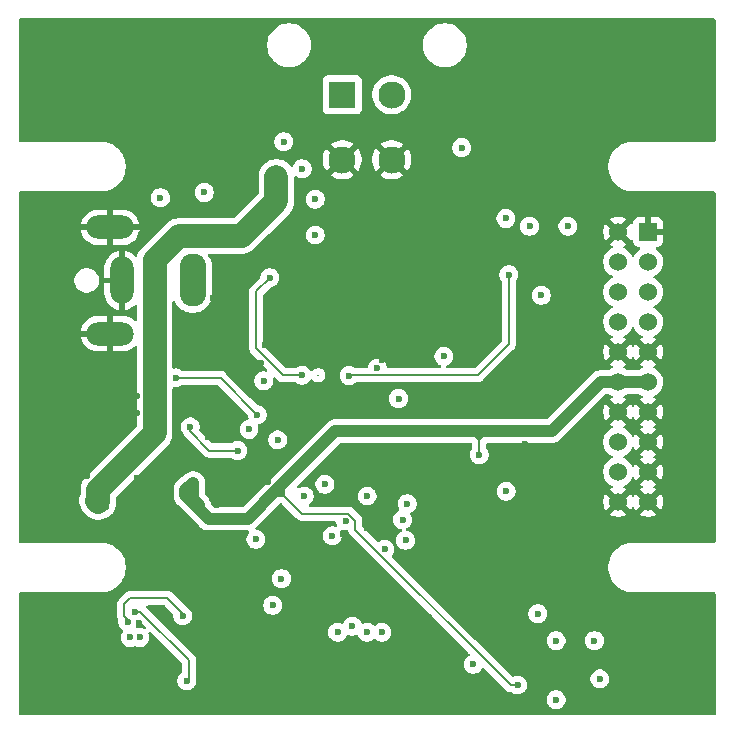
<source format=gbr>
%TF.GenerationSoftware,KiCad,Pcbnew,9.0.6*%
%TF.CreationDate,2026-02-27T09:42:09+00:00*%
%TF.ProjectId,Foinse,466f696e-7365-42e6-9b69-6361645f7063,rev?*%
%TF.SameCoordinates,Original*%
%TF.FileFunction,Copper,L6,Bot*%
%TF.FilePolarity,Positive*%
%FSLAX46Y46*%
G04 Gerber Fmt 4.6, Leading zero omitted, Abs format (unit mm)*
G04 Created by KiCad (PCBNEW 9.0.6) date 2026-02-27 09:42:09*
%MOMM*%
%LPD*%
G01*
G04 APERTURE LIST*
%TA.AperFunction,Conductor*%
%ADD10C,0.200000*%
%TD*%
%TA.AperFunction,ComponentPad*%
%ADD11R,2.300000X2.300000*%
%TD*%
%TA.AperFunction,ComponentPad*%
%ADD12C,2.300000*%
%TD*%
%TA.AperFunction,ComponentPad*%
%ADD13R,1.524000X1.524000*%
%TD*%
%TA.AperFunction,ComponentPad*%
%ADD14C,1.524000*%
%TD*%
%TA.AperFunction,ComponentPad*%
%ADD15O,2.250000X4.500000*%
%TD*%
%TA.AperFunction,ComponentPad*%
%ADD16O,2.000000X4.000000*%
%TD*%
%TA.AperFunction,ComponentPad*%
%ADD17O,4.000000X2.000000*%
%TD*%
%TA.AperFunction,ViaPad*%
%ADD18C,0.600000*%
%TD*%
%TA.AperFunction,ViaPad*%
%ADD19C,0.400000*%
%TD*%
%TA.AperFunction,Conductor*%
%ADD20C,1.000000*%
%TD*%
%TA.AperFunction,Conductor*%
%ADD21C,2.000000*%
%TD*%
G04 APERTURE END LIST*
D10*
%TO.N,5VLOGIC*%
X162500000Y-86250000D02*
X162000000Y-85750000D01*
X163000000Y-85750000D01*
X162500000Y-86250000D01*
%TA.AperFunction,Conductor*%
G36*
X162500000Y-86250000D02*
G01*
X162000000Y-85750000D01*
X163000000Y-85750000D01*
X162500000Y-86250000D01*
G37*
%TD.AperFunction*%
X146000000Y-91000000D02*
X145250000Y-91000000D01*
X146000000Y-90250000D01*
X146000000Y-91000000D01*
%TA.AperFunction,Conductor*%
G36*
X146000000Y-91000000D02*
G01*
X145250000Y-91000000D01*
X146000000Y-90250000D01*
X146000000Y-91000000D01*
G37*
%TD.AperFunction*%
%TD*%
D11*
%TO.P,J15,1,1*%
%TO.N,BAT*%
X150890465Y-57023677D03*
D12*
%TO.P,J15,2,2*%
X155090465Y-57023677D03*
%TO.P,J15,3,3*%
%TO.N,GND*%
X150890465Y-62523677D03*
%TO.P,J15,4,4*%
X155090465Y-62523677D03*
%TD*%
D13*
%TO.P,J1,01,01*%
%TO.N,GND*%
X176790000Y-68640000D03*
D14*
%TO.P,J1,02,02*%
X174250000Y-68640000D03*
%TO.P,J1,03,03*%
%TO.N,5VSERVO*%
X176790000Y-71180000D03*
%TO.P,J1,04,04*%
X174250000Y-71180000D03*
%TO.P,J1,05,05*%
X176790000Y-73720000D03*
%TO.P,J1,06,06*%
X174250000Y-73720000D03*
%TO.P,J1,07,07*%
X176790000Y-76260000D03*
%TO.P,J1,08,08*%
X174250000Y-76260000D03*
%TO.P,J1,09,09*%
%TO.N,GND*%
X176790000Y-78800000D03*
%TO.P,J1,10,10*%
X174250000Y-78800000D03*
%TO.P,J1,11,11*%
%TO.N,5VLOGIC*%
X176790000Y-81340000D03*
%TO.P,J1,12,12*%
X174250000Y-81340000D03*
%TO.P,J1,13,13*%
%TO.N,GND*%
X176790000Y-83880000D03*
%TO.P,J1,14,14*%
X174250000Y-83880000D03*
%TO.P,J1,15,15*%
X176790000Y-86420000D03*
%TO.P,J1,16,16*%
%TO.N,CAN_o+*%
X174250000Y-86420000D03*
%TO.P,J1,17,17*%
%TO.N,GND*%
X176790000Y-88960000D03*
%TO.P,J1,18,18*%
%TO.N,CAN_o-*%
X174250000Y-88960000D03*
%TO.P,J1,19,19*%
%TO.N,GND*%
X176790000Y-91500000D03*
%TO.P,J1,20,20*%
X174250000Y-91500000D03*
%TD*%
D15*
%TO.P,J3,1*%
%TO.N,Net-(Q2-D)*%
X138250000Y-72750000D03*
D16*
%TO.P,J3,2*%
%TO.N,GND*%
X132250000Y-72750000D03*
D17*
%TO.P,J3,S1,SHIELD*%
X131250000Y-77250000D03*
%TO.P,J3,S2,SHIELD*%
X131250000Y-68250000D03*
%TD*%
D18*
%TO.N,BAT*%
X139209768Y-65297244D03*
X145935100Y-61000000D03*
%TO.N,5VLOGIC*%
X138750000Y-91750000D03*
X132739007Y-101647071D03*
X144250000Y-81250000D03*
X135500000Y-65750000D03*
X133750000Y-102974614D03*
X132942280Y-102974614D03*
X137389008Y-101147071D03*
X137615435Y-90461643D03*
X138276861Y-89898295D03*
X165750000Y-107000000D03*
X138110709Y-90956917D03*
X162500000Y-87500000D03*
%TO.N,SWCLK*%
X147674089Y-91000000D03*
X150500000Y-102526904D03*
%TO.N,3.3V*%
X147500000Y-63300000D03*
X153866643Y-80175116D03*
X151174089Y-93099000D03*
X164750001Y-67500000D03*
X143586589Y-94662500D03*
X164771559Y-90603945D03*
X145750000Y-98000000D03*
X162000000Y-105250000D03*
X154250000Y-102526904D03*
X145424089Y-86250000D03*
X156400000Y-91650000D03*
X145000000Y-100250000D03*
%TO.N,Net-(U1-PB1)*%
X161000000Y-61500000D03*
X153000000Y-91000000D03*
X155657519Y-82750000D03*
%TO.N,SWDIO*%
X149424089Y-90000000D03*
X151750000Y-102026904D03*
%TO.N,NRST*%
X150049089Y-94375000D03*
X153000000Y-102526904D03*
%TO.N,Net-(U5-SW)*%
X138026861Y-85148295D03*
X142045696Y-87152694D03*
%TO.N,GND*%
X133047340Y-97153935D03*
X150209620Y-68540380D03*
X162414981Y-108097426D03*
X163250000Y-89000000D03*
X130797340Y-65569752D03*
X175356828Y-65500000D03*
X170250000Y-101250000D03*
X139250000Y-76983387D03*
X177000000Y-65500000D03*
X164616643Y-80000000D03*
X128985929Y-94545799D03*
X166404073Y-86600158D03*
X145206874Y-75789622D03*
X153000000Y-93750000D03*
X153375000Y-81707386D03*
X138739007Y-107647071D03*
X158250000Y-101250000D03*
X165623001Y-66745046D03*
X173200000Y-67100000D03*
X137250000Y-64000000D03*
X157750000Y-90000000D03*
D19*
X149886159Y-74605995D03*
D18*
X135739007Y-107647071D03*
X142014366Y-106567937D03*
X139250000Y-67250000D03*
D19*
X149230525Y-74593013D03*
D18*
X150816628Y-100843871D03*
X150000000Y-60800000D03*
X170625000Y-87707386D03*
X173718464Y-95285223D03*
X164005940Y-76007558D03*
X155000000Y-76515116D03*
X143162818Y-90937463D03*
X161755940Y-76007558D03*
X144450934Y-75047180D03*
X150323331Y-65590576D03*
X153060637Y-65393198D03*
X155000000Y-75765116D03*
X140250000Y-72500000D03*
X159505940Y-76007558D03*
X148924089Y-91250000D03*
X160000000Y-98250000D03*
X148674089Y-101000000D03*
X176912093Y-60623129D03*
X145014366Y-106567937D03*
X162505940Y-75257558D03*
X134007414Y-105836118D03*
X156250000Y-75772674D03*
X149212985Y-64682645D03*
X150000000Y-107526904D03*
D19*
X147493098Y-74863280D03*
D18*
X144450934Y-75797180D03*
X157750000Y-75022674D03*
D19*
X150846980Y-77915223D03*
D18*
X173640571Y-64732006D03*
X141027307Y-86014023D03*
X140460165Y-83111612D03*
X154244060Y-76522674D03*
X171250000Y-69250000D03*
X160150000Y-65500000D03*
X160750000Y-84000000D03*
X148750000Y-83500000D03*
X156255940Y-76515116D03*
X168498291Y-67390179D03*
X164000000Y-75265116D03*
X129298106Y-89300328D03*
X132406769Y-61421929D03*
X160261880Y-76000000D03*
X156895178Y-65409109D03*
X156000000Y-107500000D03*
X161000000Y-75265116D03*
X169500000Y-78250000D03*
D19*
X146750000Y-75015116D03*
X148680958Y-74571124D03*
D18*
X132328876Y-64868712D03*
D19*
X152400426Y-78629523D03*
D18*
X127867665Y-90496624D03*
D19*
X152848522Y-78629523D03*
D18*
X140277307Y-86014023D03*
X159000000Y-60500000D03*
X155000000Y-77265116D03*
X143750000Y-100500000D03*
X162511880Y-76000000D03*
X163255940Y-76007558D03*
X130690512Y-60653935D03*
X173000000Y-63000000D03*
X175356828Y-99500000D03*
X144750000Y-88750000D03*
X139931008Y-74272539D03*
X145206874Y-76539622D03*
X163250000Y-75265116D03*
X132328876Y-98868712D03*
X175250000Y-60584183D03*
X155000000Y-98500000D03*
X154244060Y-77272674D03*
X146014366Y-106567937D03*
X175250000Y-94584183D03*
X140250000Y-91750000D03*
X176912093Y-94623129D03*
X154250000Y-78015116D03*
X161750000Y-75265116D03*
X144621796Y-89782634D03*
X130898274Y-105900690D03*
X132823590Y-105728498D03*
X129047340Y-60653935D03*
X157125000Y-81707386D03*
X134750000Y-66750000D03*
X159500000Y-75265116D03*
X127867665Y-89746624D03*
X147750000Y-86164214D03*
X154500000Y-83750000D03*
X157750000Y-75772674D03*
X157750000Y-74272674D03*
X160255940Y-75257558D03*
X130750000Y-94653935D03*
X157755940Y-76515116D03*
X154339172Y-65402307D03*
X130797340Y-99569752D03*
X157979581Y-92375000D03*
X157005940Y-75765116D03*
X132406769Y-95421929D03*
X147622375Y-97206481D03*
D19*
X147224234Y-78790881D03*
D18*
X144339805Y-78250000D03*
X144500000Y-85500000D03*
X133500000Y-89500000D03*
X145950934Y-75797180D03*
X154237122Y-87750000D03*
X150988886Y-94250000D03*
X157924089Y-90750000D03*
X135250000Y-98750000D03*
X133047340Y-63153935D03*
X152924089Y-89500000D03*
X165500000Y-100500000D03*
X145950934Y-76547180D03*
X142500000Y-101250000D03*
X140466834Y-82294915D03*
X144528893Y-86878889D03*
X153500000Y-100250000D03*
X157005940Y-74265116D03*
X144750000Y-97250000D03*
X151661392Y-83876661D03*
D19*
X148469934Y-78781372D03*
D18*
X144450934Y-76547180D03*
X139700000Y-60800000D03*
X150742329Y-69696221D03*
X145950934Y-75047180D03*
X127000000Y-90500000D03*
X173000000Y-97000000D03*
X147000027Y-100870479D03*
X134239007Y-107647071D03*
X139527307Y-86014023D03*
X133500000Y-82500000D03*
X147924089Y-93500000D03*
X155005940Y-78007558D03*
X147251956Y-68050000D03*
X173718464Y-61285223D03*
X157005940Y-75015116D03*
X147250000Y-102750000D03*
X145250000Y-83750000D03*
X133705405Y-101733625D03*
X127000000Y-89750000D03*
X141250000Y-91000000D03*
X161005940Y-76007558D03*
X141277307Y-88152694D03*
X145206874Y-75039622D03*
D19*
X150337752Y-77920419D03*
D18*
X144000000Y-79750000D03*
X138000000Y-78000000D03*
X152174089Y-91750000D03*
X149875000Y-81707386D03*
X142650000Y-80893939D03*
X156250000Y-74272674D03*
X155500000Y-102776904D03*
X156250000Y-75022674D03*
X157000000Y-105000000D03*
D19*
X147851838Y-78781372D03*
D18*
X137239007Y-107647071D03*
X173640571Y-98732006D03*
X154261671Y-79479446D03*
X155616643Y-65400000D03*
X143014366Y-106567937D03*
X139589627Y-90111405D03*
X136750000Y-79250000D03*
X139931008Y-75736083D03*
X163000000Y-66000000D03*
X129135247Y-65530806D03*
X133500000Y-84000000D03*
X177000000Y-99500000D03*
X129135247Y-99530806D03*
X157011880Y-76507558D03*
X154244060Y-75772674D03*
X159875000Y-90707386D03*
%TO.N,Fault1*%
X143000967Y-85361612D03*
X156000000Y-93000000D03*
X148604930Y-68902403D03*
X172250000Y-103250000D03*
%TO.N,Fault2*%
X159500000Y-79183109D03*
X170000001Y-68150000D03*
X169000000Y-103250000D03*
%TO.N,Sense1*%
X172710932Y-106487995D03*
X154500000Y-95500000D03*
X148616643Y-65866643D03*
%TO.N,Sense2*%
X156250000Y-94750000D03*
X166750001Y-68150000D03*
X169000000Y-108250000D03*
%TO.N,5VSERVO_S*%
X167457491Y-100957491D03*
X151466643Y-80799265D03*
X167750000Y-74000000D03*
X165000000Y-72265116D03*
%TO.N,pwr*%
X144750000Y-72515116D03*
X143710165Y-84111612D03*
X136789499Y-80998468D03*
X147500000Y-80765116D03*
%TO.N,pwr_s*%
X129850526Y-91897789D03*
X130850526Y-91897789D03*
X129850526Y-90897789D03*
X145383357Y-64500000D03*
X144633357Y-64000000D03*
X145250000Y-63500000D03*
X146000000Y-64000000D03*
X130850526Y-90897789D03*
%TO.N,Net-(U2-VCC)*%
X133375639Y-100783702D03*
X137739007Y-106647071D03*
%TD*%
D10*
%TO.N,*%
X148854763Y-80775116D02*
X148864763Y-80765116D01*
D20*
%TO.N,5VLOGIC*%
X137800217Y-90276861D02*
X137615435Y-90461643D01*
D10*
X132443007Y-100147071D02*
X132443007Y-101147071D01*
D20*
X137713513Y-90461643D02*
X138276861Y-89898295D01*
D10*
X147498000Y-92498000D02*
X145410029Y-90410029D01*
X152000000Y-93849943D02*
X152000000Y-93074968D01*
D20*
X138276861Y-91608907D02*
X138276861Y-90276861D01*
X142914832Y-92905226D02*
X139573180Y-92905226D01*
D10*
X132443007Y-101147071D02*
X132943007Y-101647071D01*
X162500000Y-87500000D02*
X162500000Y-85500000D01*
D20*
X139573180Y-92905226D02*
X138276861Y-91608907D01*
D10*
X165150057Y-107000000D02*
X152000000Y-93849943D01*
X137593008Y-101147071D02*
X136093008Y-99647071D01*
D20*
X162500000Y-85500000D02*
X150320058Y-85500000D01*
D10*
X132943007Y-99647071D02*
X132443007Y-100147071D01*
D20*
X138276861Y-90276861D02*
X138250000Y-90250000D01*
D10*
X151423032Y-92498000D02*
X147498000Y-92498000D01*
X136093008Y-99647071D02*
X132943007Y-99647071D01*
D20*
X137615435Y-90947481D02*
X138276861Y-91608907D01*
X138276861Y-91276861D02*
X138750000Y-91750000D01*
D10*
X165750000Y-107000000D02*
X165150057Y-107000000D01*
X152000000Y-93074968D02*
X151423032Y-92498000D01*
D20*
X145410029Y-90410029D02*
X142914832Y-92905226D01*
X172790654Y-81340000D02*
X168630654Y-85500000D01*
X176790000Y-81340000D02*
X172790654Y-81340000D01*
X137615435Y-90461643D02*
X137713513Y-90461643D01*
X138276861Y-89898295D02*
X138276861Y-91276861D01*
X150320058Y-85500000D02*
X145410029Y-90410029D01*
X168630654Y-85500000D02*
X162500000Y-85500000D01*
X137615435Y-90461643D02*
X137615435Y-90947481D01*
X138276861Y-90276861D02*
X137800217Y-90276861D01*
D10*
%TO.N,Net-(U5-SW)*%
X138026861Y-85526861D02*
X139652694Y-87152694D01*
X138026861Y-85148295D02*
X138026861Y-85526861D01*
X139652694Y-87152694D02*
X142045696Y-87152694D01*
%TO.N,5VSERVO_S*%
X151466643Y-80799265D02*
X151490792Y-80775116D01*
X162358241Y-80775116D02*
X165000000Y-78133357D01*
X151490792Y-80775116D02*
X162358241Y-80775116D01*
X165000000Y-78133357D02*
X165000000Y-72265116D01*
%TO.N,pwr*%
X140597021Y-80998468D02*
X143710165Y-84111612D01*
X144750000Y-72515116D02*
X143616643Y-73648473D01*
X136789499Y-80998468D02*
X140597021Y-80998468D01*
X143616643Y-73648473D02*
X143616643Y-78500000D01*
X143616643Y-78500000D02*
X145881759Y-80765116D01*
X145881759Y-80765116D02*
X147500000Y-80765116D01*
D21*
%TO.N,pwr_s*%
X135017659Y-85703510D02*
X130250000Y-90471169D01*
X145326708Y-63981518D02*
X145326708Y-66039935D01*
X135017659Y-71031825D02*
X135017659Y-85703510D01*
X130250000Y-90471169D02*
X130250000Y-91500000D01*
X130250000Y-91500000D02*
X130135135Y-91385135D01*
X142396298Y-68970345D02*
X137079139Y-68970345D01*
X145326708Y-66039935D02*
X142396298Y-68970345D01*
X137079139Y-68970345D02*
X135017659Y-71031825D01*
D10*
%TO.N,Net-(U2-VCC)*%
X133579639Y-100783702D02*
X133808011Y-100783702D01*
X133808011Y-100783702D02*
X137943007Y-104918698D01*
X137943007Y-104918698D02*
X137943007Y-106647071D01*
%TD*%
%TA.AperFunction,Conductor*%
%TO.N,GND*%
G36*
X176316619Y-89156081D02*
G01*
X176383498Y-89271920D01*
X176478080Y-89366502D01*
X176593919Y-89433381D01*
X176654057Y-89449494D01*
X176091283Y-90012268D01*
X176091283Y-90012269D01*
X176128567Y-90039358D01*
X176285882Y-90119515D01*
X176336678Y-90167490D01*
X176353473Y-90235311D01*
X176330935Y-90301446D01*
X176285882Y-90340485D01*
X176128564Y-90420643D01*
X176091283Y-90447729D01*
X176091282Y-90447730D01*
X176654058Y-91010504D01*
X176593919Y-91026619D01*
X176478080Y-91093498D01*
X176383498Y-91188080D01*
X176316619Y-91303919D01*
X176300504Y-91364057D01*
X175737730Y-90801282D01*
X175737729Y-90801283D01*
X175710643Y-90838564D01*
X175630485Y-90995882D01*
X175582510Y-91046678D01*
X175514689Y-91063473D01*
X175448554Y-91040935D01*
X175409515Y-90995882D01*
X175329358Y-90838567D01*
X175302268Y-90801283D01*
X174739494Y-91364057D01*
X174723381Y-91303919D01*
X174656502Y-91188080D01*
X174561920Y-91093498D01*
X174446081Y-91026619D01*
X174385942Y-91010504D01*
X174948716Y-90447731D01*
X174948715Y-90447730D01*
X174911432Y-90420641D01*
X174754668Y-90340765D01*
X174703872Y-90292790D01*
X174687077Y-90224969D01*
X174709615Y-90158834D01*
X174754667Y-90119796D01*
X174911694Y-90039787D01*
X175072464Y-89922981D01*
X175212981Y-89782464D01*
X175329787Y-89621694D01*
X175409796Y-89464667D01*
X175457769Y-89413872D01*
X175525590Y-89397077D01*
X175591725Y-89419614D01*
X175630765Y-89464668D01*
X175710641Y-89621432D01*
X175737730Y-89658715D01*
X176300504Y-89095941D01*
X176316619Y-89156081D01*
G37*
%TD.AperFunction*%
%TA.AperFunction,Conductor*%
G36*
X176316619Y-86616081D02*
G01*
X176383498Y-86731920D01*
X176478080Y-86826502D01*
X176593919Y-86893381D01*
X176654057Y-86909494D01*
X176091283Y-87472268D01*
X176091283Y-87472269D01*
X176128567Y-87499358D01*
X176285882Y-87579515D01*
X176336678Y-87627490D01*
X176353473Y-87695311D01*
X176330935Y-87761446D01*
X176285882Y-87800485D01*
X176128564Y-87880643D01*
X176091283Y-87907729D01*
X176091282Y-87907730D01*
X176654058Y-88470504D01*
X176593919Y-88486619D01*
X176478080Y-88553498D01*
X176383498Y-88648080D01*
X176316619Y-88763919D01*
X176300504Y-88824057D01*
X175737730Y-88261282D01*
X175737729Y-88261283D01*
X175710641Y-88298566D01*
X175630764Y-88455332D01*
X175582790Y-88506127D01*
X175514969Y-88522922D01*
X175448834Y-88500384D01*
X175409796Y-88455332D01*
X175329787Y-88298306D01*
X175212981Y-88137536D01*
X175072464Y-87997019D01*
X174911694Y-87880213D01*
X174755218Y-87800484D01*
X174704423Y-87752510D01*
X174687628Y-87684689D01*
X174710165Y-87618554D01*
X174755218Y-87579515D01*
X174911694Y-87499787D01*
X175072464Y-87382981D01*
X175212981Y-87242464D01*
X175329787Y-87081694D01*
X175409796Y-86924667D01*
X175457769Y-86873872D01*
X175525590Y-86857077D01*
X175591725Y-86879614D01*
X175630765Y-86924668D01*
X175710641Y-87081432D01*
X175737730Y-87118715D01*
X176300504Y-86555941D01*
X176316619Y-86616081D01*
G37*
%TD.AperFunction*%
%TA.AperFunction,Conductor*%
G36*
X176316619Y-84076081D02*
G01*
X176383498Y-84191920D01*
X176478080Y-84286502D01*
X176593919Y-84353381D01*
X176654057Y-84369494D01*
X176091283Y-84932268D01*
X176091283Y-84932269D01*
X176128567Y-84959358D01*
X176285882Y-85039515D01*
X176336678Y-85087490D01*
X176353473Y-85155311D01*
X176330935Y-85221446D01*
X176285882Y-85260485D01*
X176128564Y-85340643D01*
X176091283Y-85367729D01*
X176091282Y-85367730D01*
X176654058Y-85930504D01*
X176593919Y-85946619D01*
X176478080Y-86013498D01*
X176383498Y-86108080D01*
X176316619Y-86223919D01*
X176300504Y-86284057D01*
X175737730Y-85721282D01*
X175737729Y-85721283D01*
X175710641Y-85758566D01*
X175630764Y-85915332D01*
X175582790Y-85966127D01*
X175514969Y-85982922D01*
X175448834Y-85960384D01*
X175409796Y-85915332D01*
X175329787Y-85758306D01*
X175212981Y-85597536D01*
X175072464Y-85457019D01*
X174911694Y-85340213D01*
X174754667Y-85260203D01*
X174703872Y-85212229D01*
X174687077Y-85144408D01*
X174709614Y-85078273D01*
X174754669Y-85039234D01*
X174911422Y-84959364D01*
X174948716Y-84932268D01*
X174385942Y-84369494D01*
X174446081Y-84353381D01*
X174561920Y-84286502D01*
X174656502Y-84191920D01*
X174723381Y-84076081D01*
X174739495Y-84015942D01*
X175302268Y-84578715D01*
X175329362Y-84541425D01*
X175409515Y-84384117D01*
X175457489Y-84333321D01*
X175525310Y-84316526D01*
X175591445Y-84339063D01*
X175630485Y-84384117D01*
X175710641Y-84541432D01*
X175737730Y-84578715D01*
X176300504Y-84015941D01*
X176316619Y-84076081D01*
G37*
%TD.AperFunction*%
%TA.AperFunction,Conductor*%
G36*
X176045926Y-82360185D02*
G01*
X176051763Y-82364175D01*
X176128306Y-82419787D01*
X176285332Y-82499796D01*
X176336127Y-82547769D01*
X176352922Y-82615590D01*
X176330385Y-82681725D01*
X176285332Y-82720764D01*
X176128566Y-82800641D01*
X176091283Y-82827729D01*
X176091282Y-82827730D01*
X176654058Y-83390504D01*
X176593919Y-83406619D01*
X176478080Y-83473498D01*
X176383498Y-83568080D01*
X176316619Y-83683919D01*
X176300504Y-83744057D01*
X175737730Y-83181282D01*
X175737729Y-83181283D01*
X175710643Y-83218564D01*
X175630485Y-83375882D01*
X175582510Y-83426678D01*
X175514689Y-83443473D01*
X175448554Y-83420935D01*
X175409515Y-83375882D01*
X175329358Y-83218567D01*
X175302268Y-83181283D01*
X174739494Y-83744057D01*
X174723381Y-83683919D01*
X174656502Y-83568080D01*
X174561920Y-83473498D01*
X174446081Y-83406619D01*
X174385942Y-83390504D01*
X174948716Y-82827731D01*
X174948715Y-82827730D01*
X174911432Y-82800641D01*
X174754668Y-82720765D01*
X174703872Y-82672790D01*
X174687077Y-82604969D01*
X174709615Y-82538834D01*
X174754667Y-82499796D01*
X174911694Y-82419787D01*
X174988228Y-82364181D01*
X175054033Y-82340702D01*
X175061113Y-82340500D01*
X175978887Y-82340500D01*
X176045926Y-82360185D01*
G37*
%TD.AperFunction*%
%TA.AperFunction,Conductor*%
G36*
X176316619Y-78996081D02*
G01*
X176383498Y-79111920D01*
X176478080Y-79206502D01*
X176593919Y-79273381D01*
X176654057Y-79289494D01*
X176091283Y-79852268D01*
X176091283Y-79852269D01*
X176128567Y-79879358D01*
X176285331Y-79959234D01*
X176336127Y-80007209D01*
X176352922Y-80075030D01*
X176330384Y-80141165D01*
X176285331Y-80180204D01*
X176128305Y-80260213D01*
X176088723Y-80288972D01*
X176051771Y-80315818D01*
X175985967Y-80339298D01*
X175978887Y-80339500D01*
X175061113Y-80339500D01*
X174994074Y-80319815D01*
X174988236Y-80315824D01*
X174911694Y-80260213D01*
X174754667Y-80180203D01*
X174703872Y-80132229D01*
X174687077Y-80064408D01*
X174709614Y-79998273D01*
X174754669Y-79959234D01*
X174911422Y-79879364D01*
X174948716Y-79852268D01*
X174385942Y-79289494D01*
X174446081Y-79273381D01*
X174561920Y-79206502D01*
X174656502Y-79111920D01*
X174723381Y-78996081D01*
X174739495Y-78935942D01*
X175302268Y-79498715D01*
X175329362Y-79461425D01*
X175409515Y-79304117D01*
X175457489Y-79253321D01*
X175525310Y-79236526D01*
X175591445Y-79259063D01*
X175630485Y-79304117D01*
X175710641Y-79461432D01*
X175737730Y-79498715D01*
X176300504Y-78935941D01*
X176316619Y-78996081D01*
G37*
%TD.AperFunction*%
%TA.AperFunction,Conductor*%
G36*
X175591446Y-76720165D02*
G01*
X175630484Y-76765218D01*
X175710213Y-76921694D01*
X175827019Y-77082464D01*
X175967536Y-77222981D01*
X176128306Y-77339787D01*
X176285332Y-77419796D01*
X176336127Y-77467769D01*
X176352922Y-77535590D01*
X176330385Y-77601725D01*
X176285332Y-77640764D01*
X176128566Y-77720641D01*
X176091283Y-77747729D01*
X176091282Y-77747730D01*
X176654058Y-78310504D01*
X176593919Y-78326619D01*
X176478080Y-78393498D01*
X176383498Y-78488080D01*
X176316619Y-78603919D01*
X176300504Y-78664057D01*
X175737730Y-78101282D01*
X175737729Y-78101283D01*
X175710643Y-78138564D01*
X175630485Y-78295882D01*
X175582510Y-78346678D01*
X175514689Y-78363473D01*
X175448554Y-78340935D01*
X175409515Y-78295882D01*
X175329358Y-78138567D01*
X175302268Y-78101283D01*
X174739494Y-78664057D01*
X174723381Y-78603919D01*
X174656502Y-78488080D01*
X174561920Y-78393498D01*
X174446081Y-78326619D01*
X174385942Y-78310504D01*
X174948716Y-77747731D01*
X174948715Y-77747730D01*
X174911432Y-77720641D01*
X174754668Y-77640765D01*
X174703872Y-77592790D01*
X174687077Y-77524969D01*
X174709615Y-77458834D01*
X174754667Y-77419796D01*
X174911694Y-77339787D01*
X175072464Y-77222981D01*
X175212981Y-77082464D01*
X175329787Y-76921694D01*
X175409515Y-76765218D01*
X175457490Y-76714423D01*
X175525311Y-76697628D01*
X175591446Y-76720165D01*
G37*
%TD.AperFunction*%
%TA.AperFunction,Conductor*%
G36*
X175302268Y-69338715D02*
G01*
X175303683Y-69336769D01*
X175359013Y-69294104D01*
X175428627Y-69288126D01*
X175490421Y-69320733D01*
X175524778Y-69381572D01*
X175528000Y-69409656D01*
X175528000Y-69449844D01*
X175534401Y-69509372D01*
X175534403Y-69509379D01*
X175584645Y-69644086D01*
X175584649Y-69644093D01*
X175670809Y-69759187D01*
X175670812Y-69759190D01*
X175785906Y-69845350D01*
X175785913Y-69845354D01*
X175920620Y-69895596D01*
X175920627Y-69895598D01*
X175980155Y-69901999D01*
X175980172Y-69902000D01*
X176019490Y-69902000D01*
X176086529Y-69921685D01*
X176132284Y-69974489D01*
X176142228Y-70043647D01*
X176113203Y-70107203D01*
X176092375Y-70126318D01*
X175967539Y-70217016D01*
X175967533Y-70217021D01*
X175827021Y-70357533D01*
X175710213Y-70518305D01*
X175630485Y-70674780D01*
X175582510Y-70725576D01*
X175514689Y-70742371D01*
X175448554Y-70719833D01*
X175409515Y-70674780D01*
X175329786Y-70518305D01*
X175305716Y-70485175D01*
X175212981Y-70357536D01*
X175072464Y-70217019D01*
X174911694Y-70100213D01*
X174754667Y-70020203D01*
X174703872Y-69972229D01*
X174687077Y-69904408D01*
X174709614Y-69838273D01*
X174754669Y-69799234D01*
X174911422Y-69719364D01*
X174948716Y-69692268D01*
X174385942Y-69129494D01*
X174446081Y-69113381D01*
X174561920Y-69046502D01*
X174656502Y-68951920D01*
X174723381Y-68836081D01*
X174739495Y-68775942D01*
X175302268Y-69338715D01*
G37*
%TD.AperFunction*%
%TA.AperFunction,Conductor*%
G36*
X133692627Y-101548470D02*
G01*
X133700839Y-101548360D01*
X133723939Y-101562770D01*
X133748711Y-101574083D01*
X133755189Y-101580115D01*
X134219482Y-102044408D01*
X134252967Y-102105731D01*
X134247983Y-102175423D01*
X134206111Y-102231356D01*
X134140647Y-102255773D01*
X134084349Y-102246650D01*
X133983501Y-102204878D01*
X133983489Y-102204875D01*
X133828845Y-102174114D01*
X133828842Y-102174114D01*
X133671158Y-102174114D01*
X133671153Y-102174114D01*
X133589183Y-102190419D01*
X133519591Y-102184192D01*
X133464414Y-102141329D01*
X133441170Y-102075439D01*
X133450431Y-102021350D01*
X133480991Y-101947570D01*
X133508744Y-101880568D01*
X133527813Y-101784701D01*
X133543508Y-101726129D01*
X133543508Y-101659765D01*
X133544544Y-101651801D01*
X133555522Y-101626879D01*
X133563193Y-101600757D01*
X133569398Y-101595379D01*
X133572711Y-101587861D01*
X133595421Y-101572830D01*
X133615997Y-101555002D01*
X133624126Y-101553833D01*
X133630976Y-101549300D01*
X133658200Y-101548933D01*
X133685155Y-101545058D01*
X133692627Y-101548470D01*
G37*
%TD.AperFunction*%
%TA.AperFunction,Conductor*%
G36*
X182440218Y-50590185D02*
G01*
X182485973Y-50642989D01*
X182497179Y-50694500D01*
X182497179Y-60874937D01*
X182477494Y-60941976D01*
X182424690Y-60987731D01*
X182373179Y-60998937D01*
X175571436Y-60998937D01*
X175571184Y-60998863D01*
X175520000Y-60998863D01*
X175382324Y-60998863D01*
X175382318Y-60998863D01*
X175382314Y-60998864D01*
X175109336Y-61034802D01*
X175109329Y-61034803D01*
X175109326Y-61034804D01*
X174944958Y-61078846D01*
X174843356Y-61106070D01*
X174843346Y-61106073D01*
X174588966Y-61211441D01*
X174588955Y-61211446D01*
X174350507Y-61349115D01*
X174350491Y-61349126D01*
X174132049Y-61516742D01*
X174132042Y-61516748D01*
X173937348Y-61711442D01*
X173937342Y-61711449D01*
X173769726Y-61929891D01*
X173769715Y-61929907D01*
X173632046Y-62168355D01*
X173632041Y-62168366D01*
X173526673Y-62422746D01*
X173526670Y-62422756D01*
X173458222Y-62678211D01*
X173455405Y-62688723D01*
X173455402Y-62688736D01*
X173419464Y-62961714D01*
X173419463Y-62961730D01*
X173419463Y-63237069D01*
X173419464Y-63237085D01*
X173455402Y-63510063D01*
X173455403Y-63510068D01*
X173455404Y-63510074D01*
X173516362Y-63737573D01*
X173526670Y-63776043D01*
X173526673Y-63776053D01*
X173632041Y-64030433D01*
X173632046Y-64030444D01*
X173769715Y-64268892D01*
X173769726Y-64268908D01*
X173937342Y-64487350D01*
X173937348Y-64487357D01*
X174132042Y-64682051D01*
X174132049Y-64682057D01*
X174268750Y-64786951D01*
X174350500Y-64849680D01*
X174354532Y-64852008D01*
X174588955Y-64987353D01*
X174588960Y-64987355D01*
X174588963Y-64987357D01*
X174843356Y-65092730D01*
X175109326Y-65163996D01*
X175382324Y-65199937D01*
X175454108Y-65199937D01*
X182373179Y-65199937D01*
X182440218Y-65219622D01*
X182485973Y-65272426D01*
X182497179Y-65323937D01*
X182497179Y-94816063D01*
X182477494Y-94883102D01*
X182424690Y-94928857D01*
X182373179Y-94940063D01*
X175446543Y-94940063D01*
X175445414Y-94940137D01*
X175382327Y-94940137D01*
X175109351Y-94976074D01*
X175109344Y-94976075D01*
X175109341Y-94976076D01*
X175053134Y-94991136D01*
X174843381Y-95047339D01*
X174589002Y-95152706D01*
X174588992Y-95152711D01*
X174350540Y-95290380D01*
X174132096Y-95458000D01*
X173937400Y-95652696D01*
X173769780Y-95871140D01*
X173632111Y-96109592D01*
X173632106Y-96109602D01*
X173526739Y-96363981D01*
X173455477Y-96629938D01*
X173455474Y-96629951D01*
X173419537Y-96902927D01*
X173419537Y-97178272D01*
X173455474Y-97451248D01*
X173455475Y-97451253D01*
X173455476Y-97451259D01*
X173476755Y-97530673D01*
X173526739Y-97717218D01*
X173632106Y-97971597D01*
X173632111Y-97971607D01*
X173769780Y-98210059D01*
X173937400Y-98428503D01*
X173937408Y-98428512D01*
X174132088Y-98623192D01*
X174132096Y-98623199D01*
X174350540Y-98790819D01*
X174588992Y-98928488D01*
X174589002Y-98928493D01*
X174729950Y-98986875D01*
X174843380Y-99033860D01*
X175109341Y-99105124D01*
X175302137Y-99130505D01*
X175382327Y-99141063D01*
X175382328Y-99141063D01*
X175454108Y-99141063D01*
X182373179Y-99141063D01*
X182440218Y-99160748D01*
X182485973Y-99213552D01*
X182497179Y-99265063D01*
X182497179Y-109445500D01*
X182477494Y-109512539D01*
X182424690Y-109558294D01*
X182373179Y-109569500D01*
X123622179Y-109569500D01*
X123555140Y-109549815D01*
X123509385Y-109497011D01*
X123498179Y-109445500D01*
X123498179Y-108171153D01*
X168199500Y-108171153D01*
X168199500Y-108328846D01*
X168230261Y-108483489D01*
X168230264Y-108483501D01*
X168290602Y-108629172D01*
X168290609Y-108629185D01*
X168378210Y-108760288D01*
X168378213Y-108760292D01*
X168489707Y-108871786D01*
X168489711Y-108871789D01*
X168620814Y-108959390D01*
X168620827Y-108959397D01*
X168766498Y-109019735D01*
X168766503Y-109019737D01*
X168921153Y-109050499D01*
X168921156Y-109050500D01*
X168921158Y-109050500D01*
X169078844Y-109050500D01*
X169078845Y-109050499D01*
X169233497Y-109019737D01*
X169379179Y-108959394D01*
X169510289Y-108871789D01*
X169621789Y-108760289D01*
X169709394Y-108629179D01*
X169769737Y-108483497D01*
X169800500Y-108328842D01*
X169800500Y-108171158D01*
X169800500Y-108171155D01*
X169800499Y-108171153D01*
X169769738Y-108016510D01*
X169769737Y-108016503D01*
X169769735Y-108016498D01*
X169709397Y-107870827D01*
X169709390Y-107870814D01*
X169621789Y-107739711D01*
X169621786Y-107739707D01*
X169510292Y-107628213D01*
X169510288Y-107628210D01*
X169379185Y-107540609D01*
X169379172Y-107540602D01*
X169233501Y-107480264D01*
X169233489Y-107480261D01*
X169078845Y-107449500D01*
X169078842Y-107449500D01*
X168921158Y-107449500D01*
X168921155Y-107449500D01*
X168766510Y-107480261D01*
X168766498Y-107480264D01*
X168620827Y-107540602D01*
X168620814Y-107540609D01*
X168489711Y-107628210D01*
X168489707Y-107628213D01*
X168378213Y-107739707D01*
X168378210Y-107739711D01*
X168290609Y-107870814D01*
X168290602Y-107870827D01*
X168230264Y-108016498D01*
X168230261Y-108016510D01*
X168199500Y-108171153D01*
X123498179Y-108171153D01*
X123498179Y-101226125D01*
X131842505Y-101226125D01*
X131872127Y-101336676D01*
X131883430Y-101378856D01*
X131886517Y-101384202D01*
X131898591Y-101405115D01*
X131929075Y-101457916D01*
X131945546Y-101525817D01*
X131943305Y-101544103D01*
X131938507Y-101568227D01*
X131938507Y-101725917D01*
X131969268Y-101880560D01*
X131969271Y-101880572D01*
X132029609Y-102026243D01*
X132029616Y-102026256D01*
X132117217Y-102157359D01*
X132117220Y-102157363D01*
X132228715Y-102268858D01*
X132228718Y-102268860D01*
X132279355Y-102302695D01*
X132324159Y-102356305D01*
X132332868Y-102425630D01*
X132313566Y-102474686D01*
X132232892Y-102595423D01*
X132232882Y-102595441D01*
X132172544Y-102741112D01*
X132172541Y-102741124D01*
X132141780Y-102895767D01*
X132141780Y-103053460D01*
X132172541Y-103208103D01*
X132172544Y-103208115D01*
X132232882Y-103353786D01*
X132232889Y-103353799D01*
X132320490Y-103484902D01*
X132320493Y-103484906D01*
X132431987Y-103596400D01*
X132431991Y-103596403D01*
X132563094Y-103684004D01*
X132563107Y-103684011D01*
X132708778Y-103744349D01*
X132708783Y-103744351D01*
X132863433Y-103775113D01*
X132863436Y-103775114D01*
X132863438Y-103775114D01*
X133021124Y-103775114D01*
X133021125Y-103775113D01*
X133175777Y-103744351D01*
X133298688Y-103693439D01*
X133368157Y-103685971D01*
X133393589Y-103693439D01*
X133516503Y-103744351D01*
X133671153Y-103775113D01*
X133671156Y-103775114D01*
X133671158Y-103775114D01*
X133828844Y-103775114D01*
X133828845Y-103775113D01*
X133983497Y-103744351D01*
X134129179Y-103684008D01*
X134260289Y-103596403D01*
X134371789Y-103484903D01*
X134459394Y-103353793D01*
X134519737Y-103208111D01*
X134550500Y-103053456D01*
X134550500Y-102895772D01*
X134550500Y-102895769D01*
X134550499Y-102895767D01*
X134545537Y-102870821D01*
X134519737Y-102741117D01*
X134517741Y-102736298D01*
X134477963Y-102640264D01*
X134470494Y-102570795D01*
X134501769Y-102508316D01*
X134561858Y-102472664D01*
X134631684Y-102475158D01*
X134680205Y-102505131D01*
X137306188Y-105131114D01*
X137339673Y-105192437D01*
X137342507Y-105218795D01*
X137342507Y-105882970D01*
X137322822Y-105950009D01*
X137287399Y-105986072D01*
X137228714Y-106025284D01*
X137117220Y-106136778D01*
X137117217Y-106136782D01*
X137029616Y-106267885D01*
X137029609Y-106267898D01*
X136969271Y-106413569D01*
X136969268Y-106413581D01*
X136938507Y-106568224D01*
X136938507Y-106725917D01*
X136969268Y-106880560D01*
X136969271Y-106880572D01*
X137029609Y-107026243D01*
X137029616Y-107026256D01*
X137117217Y-107157359D01*
X137117220Y-107157363D01*
X137228714Y-107268857D01*
X137228718Y-107268860D01*
X137359821Y-107356461D01*
X137359834Y-107356468D01*
X137414679Y-107379185D01*
X137505510Y-107416808D01*
X137660160Y-107447570D01*
X137660163Y-107447571D01*
X137660165Y-107447571D01*
X137817851Y-107447571D01*
X137817852Y-107447570D01*
X137972504Y-107416808D01*
X138088609Y-107368716D01*
X138118179Y-107356468D01*
X138118179Y-107356467D01*
X138118186Y-107356465D01*
X138249296Y-107268860D01*
X138360796Y-107157360D01*
X138448401Y-107026250D01*
X138508744Y-106880568D01*
X138527030Y-106788635D01*
X138528858Y-106780792D01*
X138543507Y-106726128D01*
X138543507Y-104839641D01*
X138502584Y-104686914D01*
X138502580Y-104686907D01*
X138423531Y-104549988D01*
X138423528Y-104549984D01*
X138423527Y-104549982D01*
X138311723Y-104438178D01*
X138311722Y-104438177D01*
X138307392Y-104433847D01*
X138307381Y-104433837D01*
X136321601Y-102448057D01*
X149699500Y-102448057D01*
X149699500Y-102605750D01*
X149730261Y-102760393D01*
X149730264Y-102760405D01*
X149790602Y-102906076D01*
X149790609Y-102906089D01*
X149878210Y-103037192D01*
X149878213Y-103037196D01*
X149989707Y-103148690D01*
X149989711Y-103148693D01*
X150120814Y-103236294D01*
X150120827Y-103236301D01*
X150266498Y-103296639D01*
X150266503Y-103296641D01*
X150421153Y-103327403D01*
X150421156Y-103327404D01*
X150421158Y-103327404D01*
X150578844Y-103327404D01*
X150578845Y-103327403D01*
X150733497Y-103296641D01*
X150879179Y-103236298D01*
X151010289Y-103148693D01*
X151121789Y-103037193D01*
X151209394Y-102906083D01*
X151245610Y-102818647D01*
X151289449Y-102764248D01*
X151355743Y-102742182D01*
X151407622Y-102751542D01*
X151516498Y-102796639D01*
X151516503Y-102796641D01*
X151671153Y-102827403D01*
X151671156Y-102827404D01*
X151671158Y-102827404D01*
X151828844Y-102827404D01*
X151828845Y-102827403D01*
X151983497Y-102796641D01*
X152071008Y-102760393D01*
X152092377Y-102751542D01*
X152161846Y-102744073D01*
X152224325Y-102775348D01*
X152254390Y-102818650D01*
X152290604Y-102906080D01*
X152290609Y-102906089D01*
X152378210Y-103037192D01*
X152378213Y-103037196D01*
X152489707Y-103148690D01*
X152489711Y-103148693D01*
X152620814Y-103236294D01*
X152620827Y-103236301D01*
X152766498Y-103296639D01*
X152766503Y-103296641D01*
X152921153Y-103327403D01*
X152921156Y-103327404D01*
X152921158Y-103327404D01*
X153078844Y-103327404D01*
X153078845Y-103327403D01*
X153233497Y-103296641D01*
X153379179Y-103236298D01*
X153510289Y-103148693D01*
X153510292Y-103148690D01*
X153537319Y-103121664D01*
X153598642Y-103088179D01*
X153668334Y-103093163D01*
X153712681Y-103121664D01*
X153739707Y-103148690D01*
X153739711Y-103148693D01*
X153870814Y-103236294D01*
X153870827Y-103236301D01*
X154016498Y-103296639D01*
X154016503Y-103296641D01*
X154171153Y-103327403D01*
X154171156Y-103327404D01*
X154171158Y-103327404D01*
X154328844Y-103327404D01*
X154328845Y-103327403D01*
X154483497Y-103296641D01*
X154629179Y-103236298D01*
X154760289Y-103148693D01*
X154871789Y-103037193D01*
X154959394Y-102906083D01*
X155019737Y-102760401D01*
X155050500Y-102605746D01*
X155050500Y-102448062D01*
X155050500Y-102448059D01*
X155050499Y-102448057D01*
X155019738Y-102293414D01*
X155019737Y-102293407D01*
X155019735Y-102293402D01*
X154959397Y-102147731D01*
X154959390Y-102147718D01*
X154871789Y-102016615D01*
X154871786Y-102016611D01*
X154760292Y-101905117D01*
X154760288Y-101905114D01*
X154629185Y-101817513D01*
X154629172Y-101817506D01*
X154483501Y-101757168D01*
X154483489Y-101757165D01*
X154328845Y-101726404D01*
X154328842Y-101726404D01*
X154171158Y-101726404D01*
X154171155Y-101726404D01*
X154016510Y-101757165D01*
X154016498Y-101757168D01*
X153870827Y-101817506D01*
X153870814Y-101817513D01*
X153739711Y-101905114D01*
X153739707Y-101905117D01*
X153712681Y-101932144D01*
X153651358Y-101965629D01*
X153581666Y-101960645D01*
X153537319Y-101932144D01*
X153510292Y-101905117D01*
X153510288Y-101905114D01*
X153379185Y-101817513D01*
X153379172Y-101817506D01*
X153233501Y-101757168D01*
X153233489Y-101757165D01*
X153078845Y-101726404D01*
X153078842Y-101726404D01*
X152921158Y-101726404D01*
X152921155Y-101726404D01*
X152766510Y-101757165D01*
X152766498Y-101757168D01*
X152657622Y-101802266D01*
X152588153Y-101809735D01*
X152525674Y-101778459D01*
X152495611Y-101735161D01*
X152459394Y-101647725D01*
X152459392Y-101647722D01*
X152459390Y-101647718D01*
X152371789Y-101516615D01*
X152371786Y-101516611D01*
X152260292Y-101405117D01*
X152260288Y-101405114D01*
X152129185Y-101317513D01*
X152129172Y-101317506D01*
X151983501Y-101257168D01*
X151983489Y-101257165D01*
X151828845Y-101226404D01*
X151828842Y-101226404D01*
X151671158Y-101226404D01*
X151671155Y-101226404D01*
X151516510Y-101257165D01*
X151516498Y-101257168D01*
X151370827Y-101317506D01*
X151370814Y-101317513D01*
X151239711Y-101405114D01*
X151239707Y-101405117D01*
X151128213Y-101516611D01*
X151128210Y-101516615D01*
X151040609Y-101647718D01*
X151040604Y-101647727D01*
X151004390Y-101735158D01*
X150960549Y-101789561D01*
X150894255Y-101811626D01*
X150842377Y-101802266D01*
X150733501Y-101757168D01*
X150733489Y-101757165D01*
X150578845Y-101726404D01*
X150578842Y-101726404D01*
X150421158Y-101726404D01*
X150421155Y-101726404D01*
X150266510Y-101757165D01*
X150266498Y-101757168D01*
X150120827Y-101817506D01*
X150120814Y-101817513D01*
X149989711Y-101905114D01*
X149989707Y-101905117D01*
X149878213Y-102016611D01*
X149878210Y-102016615D01*
X149790609Y-102147718D01*
X149790602Y-102147731D01*
X149730264Y-102293402D01*
X149730261Y-102293414D01*
X149699500Y-102448057D01*
X136321601Y-102448057D01*
X134332796Y-100459252D01*
X134299311Y-100397929D01*
X134304295Y-100328237D01*
X134346167Y-100272304D01*
X134411631Y-100247887D01*
X134420477Y-100247571D01*
X135792911Y-100247571D01*
X135859950Y-100267256D01*
X135880592Y-100283890D01*
X136554320Y-100957618D01*
X136587805Y-101018941D01*
X136588193Y-101062076D01*
X136589105Y-101062166D01*
X136588508Y-101068228D01*
X136588508Y-101225917D01*
X136619269Y-101380560D01*
X136619272Y-101380572D01*
X136679610Y-101526243D01*
X136679617Y-101526256D01*
X136767218Y-101657359D01*
X136767221Y-101657363D01*
X136878715Y-101768857D01*
X136878719Y-101768860D01*
X137009822Y-101856461D01*
X137009835Y-101856468D01*
X137127279Y-101905114D01*
X137155511Y-101916808D01*
X137310161Y-101947570D01*
X137310164Y-101947571D01*
X137310166Y-101947571D01*
X137467852Y-101947571D01*
X137467853Y-101947570D01*
X137622505Y-101916808D01*
X137768187Y-101856465D01*
X137899297Y-101768860D01*
X138010797Y-101657360D01*
X138098402Y-101526250D01*
X138158745Y-101380568D01*
X138171288Y-101317510D01*
X138177027Y-101288658D01*
X138178870Y-101280753D01*
X138193508Y-101226128D01*
X138193508Y-101068012D01*
X138180572Y-101019738D01*
X138178868Y-101013380D01*
X138177026Y-101005479D01*
X138167475Y-100957464D01*
X138158745Y-100913574D01*
X138134607Y-100855301D01*
X138098405Y-100767898D01*
X138098398Y-100767885D01*
X138010797Y-100636782D01*
X138010794Y-100636778D01*
X137899300Y-100525284D01*
X137899296Y-100525281D01*
X137768193Y-100437680D01*
X137768183Y-100437675D01*
X137730647Y-100422127D01*
X137723714Y-100417494D01*
X137718673Y-100416398D01*
X137690419Y-100395247D01*
X137466325Y-100171153D01*
X144199500Y-100171153D01*
X144199500Y-100328846D01*
X144230261Y-100483489D01*
X144230264Y-100483501D01*
X144290602Y-100629172D01*
X144290609Y-100629185D01*
X144378210Y-100760288D01*
X144378213Y-100760292D01*
X144489707Y-100871786D01*
X144489711Y-100871789D01*
X144620814Y-100959390D01*
X144620827Y-100959397D01*
X144741677Y-101009454D01*
X144766503Y-101019737D01*
X144921153Y-101050499D01*
X144921156Y-101050500D01*
X144921158Y-101050500D01*
X145078844Y-101050500D01*
X145078845Y-101050499D01*
X145233497Y-101019737D01*
X145379179Y-100959394D01*
X145510289Y-100871789D01*
X145621789Y-100760289D01*
X145709394Y-100629179D01*
X145769737Y-100483497D01*
X145800500Y-100328842D01*
X145800500Y-100171158D01*
X145800500Y-100171155D01*
X145800499Y-100171153D01*
X145797682Y-100156991D01*
X145769737Y-100016503D01*
X145727810Y-99915281D01*
X145709397Y-99870827D01*
X145709390Y-99870814D01*
X145621789Y-99739711D01*
X145621786Y-99739707D01*
X145510292Y-99628213D01*
X145510288Y-99628210D01*
X145379185Y-99540609D01*
X145379172Y-99540602D01*
X145233501Y-99480264D01*
X145233489Y-99480261D01*
X145078845Y-99449500D01*
X145078842Y-99449500D01*
X144921158Y-99449500D01*
X144921155Y-99449500D01*
X144766510Y-99480261D01*
X144766498Y-99480264D01*
X144620827Y-99540602D01*
X144620814Y-99540609D01*
X144489711Y-99628210D01*
X144489707Y-99628213D01*
X144378213Y-99739707D01*
X144378210Y-99739711D01*
X144290609Y-99870814D01*
X144290602Y-99870827D01*
X144230264Y-100016498D01*
X144230261Y-100016510D01*
X144199500Y-100171153D01*
X137466325Y-100171153D01*
X136580598Y-99285426D01*
X136580596Y-99285423D01*
X136461725Y-99166552D01*
X136461724Y-99166551D01*
X136358491Y-99106950D01*
X136358490Y-99106949D01*
X136324791Y-99087493D01*
X136268889Y-99072514D01*
X136172065Y-99046570D01*
X136013951Y-99046570D01*
X136006355Y-99046570D01*
X136006339Y-99046571D01*
X133029677Y-99046571D01*
X133029661Y-99046570D01*
X133022065Y-99046570D01*
X132863950Y-99046570D01*
X132787586Y-99067032D01*
X132711221Y-99087494D01*
X132711216Y-99087497D01*
X132574297Y-99166546D01*
X132574289Y-99166552D01*
X132067224Y-99673617D01*
X132067221Y-99673619D01*
X132067222Y-99673620D01*
X131962485Y-99778357D01*
X131912368Y-99865165D01*
X131912366Y-99865167D01*
X131883432Y-99915280D01*
X131883431Y-99915281D01*
X131883430Y-99915286D01*
X131842506Y-100068014D01*
X131842506Y-100226128D01*
X131842506Y-100226130D01*
X131842507Y-100236124D01*
X131842507Y-101060401D01*
X131842506Y-101060419D01*
X131842506Y-101226125D01*
X131842505Y-101226125D01*
X123498179Y-101226125D01*
X123498179Y-99265063D01*
X123517864Y-99198024D01*
X123570668Y-99152269D01*
X123622179Y-99141063D01*
X130423908Y-99141063D01*
X130424156Y-99141136D01*
X130475345Y-99141136D01*
X130475345Y-99141137D01*
X130613024Y-99141140D01*
X130886026Y-99105206D01*
X131152003Y-99033944D01*
X131406402Y-98928574D01*
X131644871Y-98790899D01*
X131863329Y-98623276D01*
X132058039Y-98428571D01*
X132225668Y-98210117D01*
X132363349Y-97971652D01*
X132384267Y-97921153D01*
X144949500Y-97921153D01*
X144949500Y-98078846D01*
X144980261Y-98233489D01*
X144980264Y-98233501D01*
X145040602Y-98379172D01*
X145040609Y-98379185D01*
X145128210Y-98510288D01*
X145128213Y-98510292D01*
X145239707Y-98621786D01*
X145239711Y-98621789D01*
X145370814Y-98709390D01*
X145370827Y-98709397D01*
X145516498Y-98769735D01*
X145516503Y-98769737D01*
X145671153Y-98800499D01*
X145671156Y-98800500D01*
X145671158Y-98800500D01*
X145828844Y-98800500D01*
X145828845Y-98800499D01*
X145983497Y-98769737D01*
X146129179Y-98709394D01*
X146260289Y-98621789D01*
X146371789Y-98510289D01*
X146459394Y-98379179D01*
X146519737Y-98233497D01*
X146550500Y-98078842D01*
X146550500Y-97921158D01*
X146550500Y-97921155D01*
X146550499Y-97921153D01*
X146519738Y-97766510D01*
X146519737Y-97766503D01*
X146519735Y-97766498D01*
X146459397Y-97620827D01*
X146459390Y-97620814D01*
X146371789Y-97489711D01*
X146371786Y-97489707D01*
X146260292Y-97378213D01*
X146260288Y-97378210D01*
X146129185Y-97290609D01*
X146129172Y-97290602D01*
X145983501Y-97230264D01*
X145983489Y-97230261D01*
X145828845Y-97199500D01*
X145828842Y-97199500D01*
X145671158Y-97199500D01*
X145671155Y-97199500D01*
X145516510Y-97230261D01*
X145516498Y-97230264D01*
X145370827Y-97290602D01*
X145370814Y-97290609D01*
X145239711Y-97378210D01*
X145239707Y-97378213D01*
X145128213Y-97489707D01*
X145128210Y-97489711D01*
X145040609Y-97620814D01*
X145040602Y-97620827D01*
X144980264Y-97766498D01*
X144980261Y-97766510D01*
X144949500Y-97921153D01*
X132384267Y-97921153D01*
X132468726Y-97717256D01*
X132539995Y-97451281D01*
X132575937Y-97178279D01*
X132575937Y-96902922D01*
X132539995Y-96629920D01*
X132468726Y-96363946D01*
X132363350Y-96109549D01*
X132246380Y-95906955D01*
X132225670Y-95871085D01*
X132225666Y-95871080D01*
X132058043Y-95652633D01*
X132058035Y-95652624D01*
X131863334Y-95457928D01*
X131863330Y-95457924D01*
X131644869Y-95290299D01*
X131644860Y-95290293D01*
X131406407Y-95152629D01*
X131406392Y-95152622D01*
X131152204Y-95047340D01*
X131152004Y-95047257D01*
X131152002Y-95047256D01*
X131152001Y-95047256D01*
X131151995Y-95047254D01*
X130886032Y-94975995D01*
X130764693Y-94960023D01*
X130613025Y-94940060D01*
X130613020Y-94940060D01*
X130475346Y-94940063D01*
X123622179Y-94940063D01*
X123555140Y-94920378D01*
X123509385Y-94867574D01*
X123498179Y-94816063D01*
X123498179Y-91267037D01*
X128634635Y-91267037D01*
X128634635Y-91503232D01*
X128671581Y-91736503D01*
X128744568Y-91961131D01*
X128841996Y-92152343D01*
X128851792Y-92171569D01*
X128938280Y-92290609D01*
X128990619Y-92362646D01*
X128990620Y-92362648D01*
X129272491Y-92644519D01*
X129272496Y-92644523D01*
X129357461Y-92706253D01*
X129463567Y-92783343D01*
X129581010Y-92843183D01*
X129674003Y-92890566D01*
X129674005Y-92890566D01*
X129674008Y-92890568D01*
X129768139Y-92921153D01*
X129898631Y-92963553D01*
X130131903Y-93000500D01*
X130131908Y-93000500D01*
X130368097Y-93000500D01*
X130506857Y-92978522D01*
X130601369Y-92963553D01*
X130825992Y-92890568D01*
X131036434Y-92783343D01*
X131227510Y-92644518D01*
X131326969Y-92545057D01*
X131345754Y-92529640D01*
X131360815Y-92519578D01*
X131472315Y-92408078D01*
X131559920Y-92276968D01*
X131562067Y-92271786D01*
X131608248Y-92160292D01*
X131620263Y-92131286D01*
X131621955Y-92122775D01*
X131633088Y-92090672D01*
X131635639Y-92085665D01*
X131640568Y-92075992D01*
X131713553Y-91851369D01*
X131736039Y-91709397D01*
X131750500Y-91618097D01*
X131750500Y-91144058D01*
X131770185Y-91077019D01*
X131786819Y-91056377D01*
X132480094Y-90363102D01*
X136614935Y-90363102D01*
X136614935Y-90368838D01*
X136614935Y-91046023D01*
X136621463Y-91078842D01*
X136625558Y-91099425D01*
X136653384Y-91239317D01*
X136668980Y-91276968D01*
X136672460Y-91285371D01*
X136672462Y-91285376D01*
X136728799Y-91421387D01*
X136728806Y-91421400D01*
X136781324Y-91499999D01*
X136838296Y-91585263D01*
X136977653Y-91724620D01*
X136977655Y-91724621D01*
X136984721Y-91731687D01*
X136984720Y-91731687D01*
X136984724Y-91731690D01*
X137643399Y-92390367D01*
X137643421Y-92390387D01*
X138792915Y-93539881D01*
X138792944Y-93539912D01*
X138935394Y-93682362D01*
X138935398Y-93682365D01*
X139099259Y-93791854D01*
X139099272Y-93791861D01*
X139228013Y-93845187D01*
X139264587Y-93860336D01*
X139281344Y-93867277D01*
X139377992Y-93886501D01*
X139409462Y-93892761D01*
X139474638Y-93905726D01*
X142911922Y-93905726D01*
X142978961Y-93925411D01*
X143024716Y-93978215D01*
X143034660Y-94047373D01*
X143005635Y-94110929D01*
X142999603Y-94117407D01*
X142964802Y-94152207D01*
X142964799Y-94152211D01*
X142877198Y-94283314D01*
X142877191Y-94283327D01*
X142816853Y-94428998D01*
X142816850Y-94429010D01*
X142786089Y-94583653D01*
X142786089Y-94741346D01*
X142816850Y-94895989D01*
X142816853Y-94896001D01*
X142877191Y-95041672D01*
X142877198Y-95041685D01*
X142964799Y-95172788D01*
X142964802Y-95172792D01*
X143076296Y-95284286D01*
X143076300Y-95284289D01*
X143207403Y-95371890D01*
X143207416Y-95371897D01*
X143353087Y-95432235D01*
X143353092Y-95432237D01*
X143489619Y-95459394D01*
X143507742Y-95462999D01*
X143507745Y-95463000D01*
X143507747Y-95463000D01*
X143665433Y-95463000D01*
X143665434Y-95462999D01*
X143820086Y-95432237D01*
X143965768Y-95371894D01*
X144096878Y-95284289D01*
X144208378Y-95172789D01*
X144295983Y-95041679D01*
X144356326Y-94895997D01*
X144387089Y-94741342D01*
X144387089Y-94583658D01*
X144387089Y-94583655D01*
X144387088Y-94583653D01*
X144373730Y-94516498D01*
X144356326Y-94429003D01*
X144332229Y-94370827D01*
X144295986Y-94283327D01*
X144295979Y-94283314D01*
X144208378Y-94152211D01*
X144208375Y-94152207D01*
X144096881Y-94040713D01*
X144096877Y-94040710D01*
X143965774Y-93953109D01*
X143965761Y-93953102D01*
X143820090Y-93892764D01*
X143820078Y-93892761D01*
X143665437Y-93862000D01*
X143660112Y-93861476D01*
X143645091Y-93855410D01*
X143628936Y-93854255D01*
X143613364Y-93842598D01*
X143595325Y-93835314D01*
X143585968Y-93822091D01*
X143573002Y-93812385D01*
X143566203Y-93794159D01*
X143554967Y-93778279D01*
X143554244Y-93762096D01*
X143548584Y-93746921D01*
X143552718Y-93727913D01*
X143551851Y-93708479D01*
X143560148Y-93693755D01*
X143563435Y-93678648D01*
X143584587Y-93650392D01*
X143597452Y-93637527D01*
X143613193Y-93621786D01*
X143691971Y-93543008D01*
X143691972Y-93543005D01*
X145593160Y-91641819D01*
X145654483Y-91608334D01*
X145680841Y-91605500D01*
X145704903Y-91605500D01*
X145771942Y-91625185D01*
X145792584Y-91641819D01*
X147013139Y-92862374D01*
X147013149Y-92862385D01*
X147017479Y-92866715D01*
X147017480Y-92866716D01*
X147129284Y-92978520D01*
X147201404Y-93020158D01*
X147266215Y-93057577D01*
X147418943Y-93098501D01*
X147418946Y-93098501D01*
X147584653Y-93098501D01*
X147584669Y-93098500D01*
X150256043Y-93098500D01*
X150323082Y-93118185D01*
X150368837Y-93170989D01*
X150377660Y-93198309D01*
X150384659Y-93233497D01*
X150404352Y-93332497D01*
X150423691Y-93379185D01*
X150451392Y-93446063D01*
X150458860Y-93515533D01*
X150427584Y-93578012D01*
X150367495Y-93613664D01*
X150297670Y-93611169D01*
X150289378Y-93608076D01*
X150282590Y-93605264D01*
X150282578Y-93605261D01*
X150127934Y-93574500D01*
X150127931Y-93574500D01*
X149970247Y-93574500D01*
X149970244Y-93574500D01*
X149815599Y-93605261D01*
X149815587Y-93605264D01*
X149669916Y-93665602D01*
X149669903Y-93665609D01*
X149538800Y-93753210D01*
X149538796Y-93753213D01*
X149427302Y-93864707D01*
X149427299Y-93864711D01*
X149339698Y-93995814D01*
X149339691Y-93995827D01*
X149279353Y-94141498D01*
X149279350Y-94141510D01*
X149248589Y-94296153D01*
X149248589Y-94453846D01*
X149279350Y-94608489D01*
X149279353Y-94608501D01*
X149339691Y-94754172D01*
X149339698Y-94754185D01*
X149427299Y-94885288D01*
X149427302Y-94885292D01*
X149538796Y-94996786D01*
X149538800Y-94996789D01*
X149669903Y-95084390D01*
X149669916Y-95084397D01*
X149815587Y-95144735D01*
X149815592Y-95144737D01*
X149956613Y-95172788D01*
X149970242Y-95175499D01*
X149970245Y-95175500D01*
X149970247Y-95175500D01*
X150127933Y-95175500D01*
X150127934Y-95175499D01*
X150282586Y-95144737D01*
X150428268Y-95084394D01*
X150559378Y-94996789D01*
X150670878Y-94885289D01*
X150758483Y-94754179D01*
X150818826Y-94608497D01*
X150849589Y-94453842D01*
X150849589Y-94296158D01*
X150849589Y-94296155D01*
X150849588Y-94296153D01*
X150838360Y-94239707D01*
X150818826Y-94141503D01*
X150794067Y-94081728D01*
X150771786Y-94027936D01*
X150764317Y-93958467D01*
X150795593Y-93895988D01*
X150855682Y-93860336D01*
X150925507Y-93862830D01*
X150933780Y-93865915D01*
X150940592Y-93868737D01*
X151094146Y-93899281D01*
X151095242Y-93899499D01*
X151095245Y-93899500D01*
X151095247Y-93899500D01*
X151252933Y-93899500D01*
X151264916Y-93897115D01*
X151270666Y-93895972D01*
X151273034Y-93896183D01*
X151275183Y-93895159D01*
X151307665Y-93899281D01*
X151340258Y-93902196D01*
X151342136Y-93903655D01*
X151344497Y-93903955D01*
X151369581Y-93924973D01*
X151395437Y-93945057D01*
X151396796Y-93947776D01*
X151398052Y-93948829D01*
X151405008Y-93964209D01*
X151413244Y-93980686D01*
X151413987Y-93983072D01*
X151440423Y-94081728D01*
X151442910Y-94086035D01*
X151449807Y-94097981D01*
X151519477Y-94218655D01*
X151519481Y-94218660D01*
X151638349Y-94337528D01*
X151638355Y-94337533D01*
X161646359Y-104345537D01*
X161679844Y-104406860D01*
X161674860Y-104476552D01*
X161632988Y-104532485D01*
X161625786Y-104537071D01*
X161625886Y-104537221D01*
X161489711Y-104628210D01*
X161489707Y-104628213D01*
X161378213Y-104739707D01*
X161378210Y-104739711D01*
X161290609Y-104870814D01*
X161290602Y-104870827D01*
X161230264Y-105016498D01*
X161230261Y-105016510D01*
X161199500Y-105171153D01*
X161199500Y-105328846D01*
X161230261Y-105483489D01*
X161230264Y-105483501D01*
X161290602Y-105629172D01*
X161290609Y-105629185D01*
X161378210Y-105760288D01*
X161378213Y-105760292D01*
X161489707Y-105871786D01*
X161489711Y-105871789D01*
X161620814Y-105959390D01*
X161620827Y-105959397D01*
X161766498Y-106019735D01*
X161766503Y-106019737D01*
X161921153Y-106050499D01*
X161921156Y-106050500D01*
X161921158Y-106050500D01*
X162078844Y-106050500D01*
X162078845Y-106050499D01*
X162233497Y-106019737D01*
X162379179Y-105959394D01*
X162510289Y-105871789D01*
X162621789Y-105760289D01*
X162670428Y-105687495D01*
X162712779Y-105624114D01*
X162714738Y-105625423D01*
X162756379Y-105583027D01*
X162824516Y-105567562D01*
X162890197Y-105591391D01*
X162904462Y-105603640D01*
X164665196Y-107364374D01*
X164665206Y-107364385D01*
X164669536Y-107368715D01*
X164669537Y-107368716D01*
X164781341Y-107480520D01*
X164832902Y-107510288D01*
X164868152Y-107530639D01*
X164868154Y-107530641D01*
X164906208Y-107552611D01*
X164918272Y-107559577D01*
X165071000Y-107600501D01*
X165170236Y-107600501D01*
X165237275Y-107620186D01*
X165239127Y-107621399D01*
X165370814Y-107709390D01*
X165370827Y-107709397D01*
X165444013Y-107739711D01*
X165516503Y-107769737D01*
X165671153Y-107800499D01*
X165671156Y-107800500D01*
X165671158Y-107800500D01*
X165828844Y-107800500D01*
X165828845Y-107800499D01*
X165983497Y-107769737D01*
X166129179Y-107709394D01*
X166260289Y-107621789D01*
X166371789Y-107510289D01*
X166459394Y-107379179D01*
X166519737Y-107233497D01*
X166550500Y-107078842D01*
X166550500Y-106921158D01*
X166550500Y-106921155D01*
X166550499Y-106921153D01*
X166542426Y-106880567D01*
X166519737Y-106766503D01*
X166503013Y-106726128D01*
X166459397Y-106620827D01*
X166459390Y-106620814D01*
X166371789Y-106489711D01*
X166371786Y-106489707D01*
X166291227Y-106409148D01*
X171910432Y-106409148D01*
X171910432Y-106566841D01*
X171941193Y-106721484D01*
X171941196Y-106721496D01*
X172001534Y-106867167D01*
X172001541Y-106867180D01*
X172089142Y-106998283D01*
X172089145Y-106998287D01*
X172200639Y-107109781D01*
X172200643Y-107109784D01*
X172331746Y-107197385D01*
X172331759Y-107197392D01*
X172477430Y-107257730D01*
X172477435Y-107257732D01*
X172632085Y-107288494D01*
X172632088Y-107288495D01*
X172632090Y-107288495D01*
X172789776Y-107288495D01*
X172789777Y-107288494D01*
X172944429Y-107257732D01*
X173090111Y-107197389D01*
X173221221Y-107109784D01*
X173332721Y-106998284D01*
X173420326Y-106867174D01*
X173480669Y-106721492D01*
X173511432Y-106566837D01*
X173511432Y-106409153D01*
X173511432Y-106409150D01*
X173511431Y-106409148D01*
X173487851Y-106290606D01*
X173480669Y-106254498D01*
X173431910Y-106136782D01*
X173420329Y-106108822D01*
X173420322Y-106108809D01*
X173332721Y-105977706D01*
X173332718Y-105977702D01*
X173221224Y-105866208D01*
X173221220Y-105866205D01*
X173090117Y-105778604D01*
X173090104Y-105778597D01*
X172944433Y-105718259D01*
X172944421Y-105718256D01*
X172789777Y-105687495D01*
X172789774Y-105687495D01*
X172632090Y-105687495D01*
X172632087Y-105687495D01*
X172477442Y-105718256D01*
X172477430Y-105718259D01*
X172331759Y-105778597D01*
X172331746Y-105778604D01*
X172200643Y-105866205D01*
X172200639Y-105866208D01*
X172089145Y-105977702D01*
X172089142Y-105977706D01*
X172001541Y-106108809D01*
X172001534Y-106108822D01*
X171941196Y-106254493D01*
X171941193Y-106254505D01*
X171910432Y-106409148D01*
X166291227Y-106409148D01*
X166260292Y-106378213D01*
X166260288Y-106378210D01*
X166129185Y-106290609D01*
X166129172Y-106290602D01*
X165983501Y-106230264D01*
X165983489Y-106230261D01*
X165828845Y-106199500D01*
X165828842Y-106199500D01*
X165671158Y-106199500D01*
X165671155Y-106199500D01*
X165516510Y-106230261D01*
X165516498Y-106230264D01*
X165390146Y-106282601D01*
X165320677Y-106290070D01*
X165258198Y-106258795D01*
X165255013Y-106255721D01*
X162170445Y-103171153D01*
X168199500Y-103171153D01*
X168199500Y-103328846D01*
X168230261Y-103483489D01*
X168230264Y-103483501D01*
X168290602Y-103629172D01*
X168290609Y-103629185D01*
X168378210Y-103760288D01*
X168378213Y-103760292D01*
X168489707Y-103871786D01*
X168489711Y-103871789D01*
X168620814Y-103959390D01*
X168620827Y-103959397D01*
X168766498Y-104019735D01*
X168766503Y-104019737D01*
X168921153Y-104050499D01*
X168921156Y-104050500D01*
X168921158Y-104050500D01*
X169078844Y-104050500D01*
X169078845Y-104050499D01*
X169233497Y-104019737D01*
X169379179Y-103959394D01*
X169510289Y-103871789D01*
X169621789Y-103760289D01*
X169709394Y-103629179D01*
X169769737Y-103483497D01*
X169800500Y-103328842D01*
X169800500Y-103171158D01*
X169800500Y-103171155D01*
X169800499Y-103171153D01*
X171449500Y-103171153D01*
X171449500Y-103328846D01*
X171480261Y-103483489D01*
X171480264Y-103483501D01*
X171540602Y-103629172D01*
X171540609Y-103629185D01*
X171628210Y-103760288D01*
X171628213Y-103760292D01*
X171739707Y-103871786D01*
X171739711Y-103871789D01*
X171870814Y-103959390D01*
X171870827Y-103959397D01*
X172016498Y-104019735D01*
X172016503Y-104019737D01*
X172171153Y-104050499D01*
X172171156Y-104050500D01*
X172171158Y-104050500D01*
X172328844Y-104050500D01*
X172328845Y-104050499D01*
X172483497Y-104019737D01*
X172629179Y-103959394D01*
X172760289Y-103871789D01*
X172871789Y-103760289D01*
X172959394Y-103629179D01*
X173019737Y-103483497D01*
X173050500Y-103328842D01*
X173050500Y-103171158D01*
X173050500Y-103171155D01*
X173050499Y-103171153D01*
X173023853Y-103037196D01*
X173019737Y-103016503D01*
X173019735Y-103016498D01*
X172959397Y-102870827D01*
X172959390Y-102870814D01*
X172871789Y-102739711D01*
X172871786Y-102739707D01*
X172760292Y-102628213D01*
X172760288Y-102628210D01*
X172629185Y-102540609D01*
X172629172Y-102540602D01*
X172483501Y-102480264D01*
X172483489Y-102480261D01*
X172328845Y-102449500D01*
X172328842Y-102449500D01*
X172171158Y-102449500D01*
X172171155Y-102449500D01*
X172016510Y-102480261D01*
X172016498Y-102480264D01*
X171870827Y-102540602D01*
X171870814Y-102540609D01*
X171739711Y-102628210D01*
X171739707Y-102628213D01*
X171628213Y-102739707D01*
X171628210Y-102739711D01*
X171540609Y-102870814D01*
X171540602Y-102870827D01*
X171480264Y-103016498D01*
X171480261Y-103016510D01*
X171449500Y-103171153D01*
X169800499Y-103171153D01*
X169773853Y-103037196D01*
X169769737Y-103016503D01*
X169769735Y-103016498D01*
X169709397Y-102870827D01*
X169709390Y-102870814D01*
X169621789Y-102739711D01*
X169621786Y-102739707D01*
X169510292Y-102628213D01*
X169510288Y-102628210D01*
X169379185Y-102540609D01*
X169379172Y-102540602D01*
X169233501Y-102480264D01*
X169233489Y-102480261D01*
X169078845Y-102449500D01*
X169078842Y-102449500D01*
X168921158Y-102449500D01*
X168921155Y-102449500D01*
X168766510Y-102480261D01*
X168766498Y-102480264D01*
X168620827Y-102540602D01*
X168620814Y-102540609D01*
X168489711Y-102628210D01*
X168489707Y-102628213D01*
X168378213Y-102739707D01*
X168378210Y-102739711D01*
X168290609Y-102870814D01*
X168290602Y-102870827D01*
X168230264Y-103016498D01*
X168230261Y-103016510D01*
X168199500Y-103171153D01*
X162170445Y-103171153D01*
X159877936Y-100878644D01*
X166656991Y-100878644D01*
X166656991Y-101036337D01*
X166687752Y-101190980D01*
X166687755Y-101190992D01*
X166748093Y-101336663D01*
X166748100Y-101336676D01*
X166835701Y-101467779D01*
X166835704Y-101467783D01*
X166947198Y-101579277D01*
X166947202Y-101579280D01*
X167078305Y-101666881D01*
X167078318Y-101666888D01*
X167223989Y-101727226D01*
X167223994Y-101727228D01*
X167374507Y-101757167D01*
X167378644Y-101757990D01*
X167378647Y-101757991D01*
X167378649Y-101757991D01*
X167536335Y-101757991D01*
X167536336Y-101757990D01*
X167690988Y-101727228D01*
X167836670Y-101666885D01*
X167967780Y-101579280D01*
X168079280Y-101467780D01*
X168166885Y-101336670D01*
X168227228Y-101190988D01*
X168257991Y-101036333D01*
X168257991Y-100878649D01*
X168257991Y-100878646D01*
X168257990Y-100878644D01*
X168235960Y-100767892D01*
X168227228Y-100723994D01*
X168191104Y-100636782D01*
X168166888Y-100578318D01*
X168166881Y-100578305D01*
X168079280Y-100447202D01*
X168079277Y-100447198D01*
X167967783Y-100335704D01*
X167967779Y-100335701D01*
X167836676Y-100248100D01*
X167836663Y-100248093D01*
X167690992Y-100187755D01*
X167690980Y-100187752D01*
X167536336Y-100156991D01*
X167536333Y-100156991D01*
X167378649Y-100156991D01*
X167378646Y-100156991D01*
X167224001Y-100187752D01*
X167223989Y-100187755D01*
X167078318Y-100248093D01*
X167078305Y-100248100D01*
X166947202Y-100335701D01*
X166947198Y-100335704D01*
X166835704Y-100447198D01*
X166835701Y-100447202D01*
X166748100Y-100578305D01*
X166748093Y-100578318D01*
X166687755Y-100723989D01*
X166687752Y-100724001D01*
X166656991Y-100878644D01*
X159877936Y-100878644D01*
X155148803Y-96149511D01*
X155115318Y-96088188D01*
X155120302Y-96018496D01*
X155133382Y-95992939D01*
X155209390Y-95879185D01*
X155209390Y-95879184D01*
X155209394Y-95879179D01*
X155269737Y-95733497D01*
X155300500Y-95578842D01*
X155300500Y-95421158D01*
X155300500Y-95421155D01*
X155300499Y-95421153D01*
X155290679Y-95371786D01*
X155269737Y-95266503D01*
X155232043Y-95175500D01*
X155209397Y-95120827D01*
X155209390Y-95120814D01*
X155121789Y-94989711D01*
X155121786Y-94989707D01*
X155010292Y-94878213D01*
X155010288Y-94878210D01*
X154879185Y-94790609D01*
X154879172Y-94790602D01*
X154733501Y-94730264D01*
X154733489Y-94730261D01*
X154578845Y-94699500D01*
X154578842Y-94699500D01*
X154421158Y-94699500D01*
X154421155Y-94699500D01*
X154266510Y-94730261D01*
X154266498Y-94730264D01*
X154120827Y-94790602D01*
X154120816Y-94790608D01*
X154007059Y-94866618D01*
X153940382Y-94887495D01*
X153873002Y-94869010D01*
X153850488Y-94851196D01*
X152636819Y-93637527D01*
X152603334Y-93576204D01*
X152600500Y-93549846D01*
X152600500Y-93168325D01*
X152600500Y-93154028D01*
X152600501Y-93154025D01*
X152600501Y-92995911D01*
X152580469Y-92921153D01*
X155199500Y-92921153D01*
X155199500Y-93078846D01*
X155230261Y-93233489D01*
X155230264Y-93233501D01*
X155290602Y-93379172D01*
X155290609Y-93379185D01*
X155378210Y-93510288D01*
X155378213Y-93510292D01*
X155489707Y-93621786D01*
X155489711Y-93621789D01*
X155620814Y-93709390D01*
X155620827Y-93709397D01*
X155726603Y-93753210D01*
X155766503Y-93769737D01*
X155825735Y-93781519D01*
X155877841Y-93791884D01*
X155939752Y-93824269D01*
X155974326Y-93884984D01*
X155970587Y-93954754D01*
X155929720Y-94011426D01*
X155901104Y-94028061D01*
X155870829Y-94040601D01*
X155870814Y-94040609D01*
X155739711Y-94128210D01*
X155739707Y-94128213D01*
X155628213Y-94239707D01*
X155628210Y-94239711D01*
X155540609Y-94370814D01*
X155540602Y-94370827D01*
X155480264Y-94516498D01*
X155480261Y-94516510D01*
X155449500Y-94671153D01*
X155449500Y-94828846D01*
X155480261Y-94983489D01*
X155480264Y-94983501D01*
X155540602Y-95129172D01*
X155540609Y-95129185D01*
X155628210Y-95260288D01*
X155628213Y-95260292D01*
X155739707Y-95371786D01*
X155739711Y-95371789D01*
X155870814Y-95459390D01*
X155870827Y-95459397D01*
X155984437Y-95506455D01*
X156016503Y-95519737D01*
X156171153Y-95550499D01*
X156171156Y-95550500D01*
X156171158Y-95550500D01*
X156328844Y-95550500D01*
X156328845Y-95550499D01*
X156483497Y-95519737D01*
X156629179Y-95459394D01*
X156760289Y-95371789D01*
X156871789Y-95260289D01*
X156959394Y-95129179D01*
X156962854Y-95120827D01*
X156977946Y-95084390D01*
X157019737Y-94983497D01*
X157050500Y-94828842D01*
X157050500Y-94671158D01*
X157050500Y-94671155D01*
X157050499Y-94671153D01*
X157019738Y-94516510D01*
X157019737Y-94516503D01*
X156993782Y-94453842D01*
X156959397Y-94370827D01*
X156959390Y-94370814D01*
X156871789Y-94239711D01*
X156871786Y-94239707D01*
X156760292Y-94128213D01*
X156760288Y-94128210D01*
X156629185Y-94040609D01*
X156629172Y-94040602D01*
X156483501Y-93980264D01*
X156483491Y-93980261D01*
X156372157Y-93958115D01*
X156310246Y-93925730D01*
X156275672Y-93865014D01*
X156279413Y-93795244D01*
X156320279Y-93738573D01*
X156348893Y-93721938D01*
X156379179Y-93709394D01*
X156510289Y-93621789D01*
X156621789Y-93510289D01*
X156709394Y-93379179D01*
X156769737Y-93233497D01*
X156800500Y-93078842D01*
X156800500Y-92921158D01*
X156800500Y-92921155D01*
X156800499Y-92921153D01*
X156773265Y-92784240D01*
X156769737Y-92766503D01*
X156744781Y-92706253D01*
X156709397Y-92620827D01*
X156709390Y-92620814D01*
X156678043Y-92573900D01*
X156678043Y-92573899D01*
X156671652Y-92564335D01*
X156650773Y-92497658D01*
X156669257Y-92430278D01*
X156721235Y-92383587D01*
X156727270Y-92380894D01*
X156779179Y-92359394D01*
X156910289Y-92271789D01*
X157021789Y-92160289D01*
X157109394Y-92029179D01*
X157169737Y-91883497D01*
X157200500Y-91728842D01*
X157200500Y-91571158D01*
X157200500Y-91571155D01*
X157200499Y-91571153D01*
X157188392Y-91510288D01*
X157169737Y-91416503D01*
X157169735Y-91416498D01*
X157109397Y-91270827D01*
X157109390Y-91270814D01*
X157021789Y-91139711D01*
X157021786Y-91139707D01*
X156910292Y-91028213D01*
X156910288Y-91028210D01*
X156779185Y-90940609D01*
X156779172Y-90940602D01*
X156633501Y-90880264D01*
X156633489Y-90880261D01*
X156478845Y-90849500D01*
X156478842Y-90849500D01*
X156321158Y-90849500D01*
X156321155Y-90849500D01*
X156166510Y-90880261D01*
X156166498Y-90880264D01*
X156020827Y-90940602D01*
X156020814Y-90940609D01*
X155889711Y-91028210D01*
X155889707Y-91028213D01*
X155778213Y-91139707D01*
X155778210Y-91139711D01*
X155690609Y-91270814D01*
X155690602Y-91270827D01*
X155630264Y-91416498D01*
X155630261Y-91416510D01*
X155599500Y-91571153D01*
X155599500Y-91728846D01*
X155630261Y-91883489D01*
X155630264Y-91883501D01*
X155690602Y-92029172D01*
X155690609Y-92029185D01*
X155728348Y-92085665D01*
X155749226Y-92152343D01*
X155730741Y-92219723D01*
X155678762Y-92266413D01*
X155672699Y-92269117D01*
X155620824Y-92290604D01*
X155620814Y-92290609D01*
X155489711Y-92378210D01*
X155489707Y-92378213D01*
X155378213Y-92489707D01*
X155378210Y-92489711D01*
X155290609Y-92620814D01*
X155290602Y-92620827D01*
X155230264Y-92766498D01*
X155230261Y-92766510D01*
X155199500Y-92921153D01*
X152580469Y-92921153D01*
X152559577Y-92843183D01*
X152530639Y-92793063D01*
X152480520Y-92706252D01*
X152368716Y-92594448D01*
X152368715Y-92594447D01*
X152364385Y-92590117D01*
X152364374Y-92590107D01*
X151910622Y-92136355D01*
X151910620Y-92136352D01*
X151791749Y-92017481D01*
X151791741Y-92017475D01*
X151688946Y-91958127D01*
X151688943Y-91958126D01*
X151654819Y-91938424D01*
X151654818Y-91938423D01*
X151654817Y-91938423D01*
X151502089Y-91897499D01*
X151343975Y-91897499D01*
X151336379Y-91897499D01*
X151336363Y-91897500D01*
X148180521Y-91897500D01*
X148113482Y-91877815D01*
X148067727Y-91825011D01*
X148057783Y-91755853D01*
X148086808Y-91692297D01*
X148111630Y-91670398D01*
X148154401Y-91641819D01*
X148184378Y-91621789D01*
X148295878Y-91510289D01*
X148383483Y-91379179D01*
X148443826Y-91233497D01*
X148474589Y-91078842D01*
X148474589Y-90921158D01*
X148474589Y-90921155D01*
X148474588Y-90921153D01*
X152199500Y-90921153D01*
X152199500Y-91078846D01*
X152230261Y-91233488D01*
X152230264Y-91233501D01*
X152290602Y-91379172D01*
X152290609Y-91379185D01*
X152378210Y-91510288D01*
X152378213Y-91510292D01*
X152489707Y-91621786D01*
X152489711Y-91621789D01*
X152620814Y-91709390D01*
X152620827Y-91709397D01*
X152766498Y-91769735D01*
X152766503Y-91769737D01*
X152896122Y-91795520D01*
X152921153Y-91800499D01*
X152921156Y-91800500D01*
X152921158Y-91800500D01*
X153078844Y-91800500D01*
X153078845Y-91800499D01*
X153233497Y-91769737D01*
X153379179Y-91709394D01*
X153510289Y-91621789D01*
X153621789Y-91510289D01*
X153709394Y-91379179D01*
X153769737Y-91233497D01*
X153800500Y-91078842D01*
X153800500Y-90921158D01*
X153800500Y-90921155D01*
X153800499Y-90921153D01*
X153786246Y-90849500D01*
X153769737Y-90766503D01*
X153709794Y-90621786D01*
X153709397Y-90620827D01*
X153709390Y-90620814D01*
X153687399Y-90587902D01*
X153645434Y-90525098D01*
X163971059Y-90525098D01*
X163971059Y-90682791D01*
X164001820Y-90837434D01*
X164001823Y-90837446D01*
X164062161Y-90983117D01*
X164062168Y-90983130D01*
X164149769Y-91114233D01*
X164149772Y-91114237D01*
X164261266Y-91225731D01*
X164261270Y-91225734D01*
X164392373Y-91313335D01*
X164392386Y-91313342D01*
X164538057Y-91373680D01*
X164538062Y-91373682D01*
X164673779Y-91400678D01*
X164692712Y-91404444D01*
X164692715Y-91404445D01*
X164692717Y-91404445D01*
X164850403Y-91404445D01*
X164850404Y-91404444D01*
X165005056Y-91373682D01*
X165150738Y-91313339D01*
X165170251Y-91300300D01*
X165181621Y-91292704D01*
X165220034Y-91267037D01*
X165281848Y-91225734D01*
X165393348Y-91114234D01*
X165480953Y-90983124D01*
X165541296Y-90837442D01*
X165572059Y-90682787D01*
X165572059Y-90525103D01*
X165572059Y-90525100D01*
X165572058Y-90525098D01*
X165565018Y-90489707D01*
X165541296Y-90370448D01*
X165528885Y-90340485D01*
X165480956Y-90224772D01*
X165480949Y-90224759D01*
X165393348Y-90093656D01*
X165393345Y-90093652D01*
X165281851Y-89982158D01*
X165281847Y-89982155D01*
X165150744Y-89894554D01*
X165150731Y-89894547D01*
X165005060Y-89834209D01*
X165005048Y-89834206D01*
X164850404Y-89803445D01*
X164850401Y-89803445D01*
X164692717Y-89803445D01*
X164692714Y-89803445D01*
X164538069Y-89834206D01*
X164538057Y-89834209D01*
X164392386Y-89894547D01*
X164392373Y-89894554D01*
X164261270Y-89982155D01*
X164261266Y-89982158D01*
X164149772Y-90093652D01*
X164149769Y-90093656D01*
X164062168Y-90224759D01*
X164062161Y-90224772D01*
X164001823Y-90370443D01*
X164001820Y-90370455D01*
X163971059Y-90525098D01*
X153645434Y-90525098D01*
X153621789Y-90489711D01*
X153621786Y-90489707D01*
X153510292Y-90378213D01*
X153510288Y-90378210D01*
X153379185Y-90290609D01*
X153379172Y-90290602D01*
X153233501Y-90230264D01*
X153233489Y-90230261D01*
X153078845Y-90199500D01*
X153078842Y-90199500D01*
X152921158Y-90199500D01*
X152921155Y-90199500D01*
X152766510Y-90230261D01*
X152766498Y-90230264D01*
X152620827Y-90290602D01*
X152620814Y-90290609D01*
X152489711Y-90378210D01*
X152489707Y-90378213D01*
X152378213Y-90489707D01*
X152378210Y-90489711D01*
X152290609Y-90620814D01*
X152290602Y-90620827D01*
X152230264Y-90766498D01*
X152230261Y-90766510D01*
X152199500Y-90921153D01*
X148474588Y-90921153D01*
X148460335Y-90849500D01*
X148443826Y-90766503D01*
X148383883Y-90621786D01*
X148383486Y-90620827D01*
X148383479Y-90620814D01*
X148295878Y-90489711D01*
X148295875Y-90489707D01*
X148184381Y-90378213D01*
X148184377Y-90378210D01*
X148053274Y-90290609D01*
X148053261Y-90290602D01*
X147907590Y-90230264D01*
X147907578Y-90230261D01*
X147752934Y-90199500D01*
X147752931Y-90199500D01*
X147595247Y-90199500D01*
X147595244Y-90199500D01*
X147440599Y-90230261D01*
X147440587Y-90230264D01*
X147294916Y-90290602D01*
X147294904Y-90290609D01*
X147285315Y-90297016D01*
X147218636Y-90317891D01*
X147151257Y-90299404D01*
X147104569Y-90247423D01*
X147093395Y-90178453D01*
X147121284Y-90114390D01*
X147128734Y-90106243D01*
X147313824Y-89921153D01*
X148623589Y-89921153D01*
X148623589Y-90078846D01*
X148654350Y-90233489D01*
X148654353Y-90233501D01*
X148714691Y-90379172D01*
X148714698Y-90379185D01*
X148802299Y-90510288D01*
X148802302Y-90510292D01*
X148913796Y-90621786D01*
X148913800Y-90621789D01*
X149044903Y-90709390D01*
X149044916Y-90709397D01*
X149158067Y-90756265D01*
X149190592Y-90769737D01*
X149340024Y-90799461D01*
X149345242Y-90800499D01*
X149345245Y-90800500D01*
X149345247Y-90800500D01*
X149502933Y-90800500D01*
X149502934Y-90800499D01*
X149513268Y-90798443D01*
X149538376Y-90793450D01*
X149538381Y-90793449D01*
X149634546Y-90774320D01*
X149657586Y-90769737D01*
X149803268Y-90709394D01*
X149934378Y-90621789D01*
X150045878Y-90510289D01*
X150133483Y-90379179D01*
X150137100Y-90370448D01*
X150165681Y-90301446D01*
X150193826Y-90233497D01*
X150224589Y-90078842D01*
X150224589Y-89921158D01*
X150224589Y-89921155D01*
X150224588Y-89921153D01*
X150219297Y-89894554D01*
X150193826Y-89766503D01*
X150159957Y-89684735D01*
X150133486Y-89620827D01*
X150133479Y-89620814D01*
X150045878Y-89489711D01*
X150045875Y-89489707D01*
X149934381Y-89378213D01*
X149934377Y-89378210D01*
X149803274Y-89290609D01*
X149803261Y-89290602D01*
X149657590Y-89230264D01*
X149657578Y-89230261D01*
X149502934Y-89199500D01*
X149502931Y-89199500D01*
X149345247Y-89199500D01*
X149345244Y-89199500D01*
X149190599Y-89230261D01*
X149190587Y-89230264D01*
X149044916Y-89290602D01*
X149044903Y-89290609D01*
X148913800Y-89378210D01*
X148913796Y-89378213D01*
X148802302Y-89489707D01*
X148802299Y-89489711D01*
X148714698Y-89620814D01*
X148714691Y-89620827D01*
X148654353Y-89766498D01*
X148654350Y-89766510D01*
X148623589Y-89921153D01*
X147313824Y-89921153D01*
X150698160Y-86536819D01*
X150759483Y-86503334D01*
X150785841Y-86500500D01*
X161775500Y-86500500D01*
X161842539Y-86520185D01*
X161888294Y-86572989D01*
X161899500Y-86624500D01*
X161899500Y-86920234D01*
X161879815Y-86987273D01*
X161878602Y-86989125D01*
X161790609Y-87120814D01*
X161790602Y-87120827D01*
X161730264Y-87266498D01*
X161730261Y-87266510D01*
X161699500Y-87421153D01*
X161699500Y-87578846D01*
X161730261Y-87733489D01*
X161730264Y-87733501D01*
X161790602Y-87879172D01*
X161790609Y-87879185D01*
X161878210Y-88010288D01*
X161878213Y-88010292D01*
X161989707Y-88121786D01*
X161989711Y-88121789D01*
X162120814Y-88209390D01*
X162120827Y-88209397D01*
X162246093Y-88261283D01*
X162266503Y-88269737D01*
X162410123Y-88298305D01*
X162421153Y-88300499D01*
X162421156Y-88300500D01*
X162421158Y-88300500D01*
X162578844Y-88300500D01*
X162578845Y-88300499D01*
X162733497Y-88269737D01*
X162879179Y-88209394D01*
X163010289Y-88121789D01*
X163121789Y-88010289D01*
X163209394Y-87879179D01*
X163269737Y-87733497D01*
X163300500Y-87578842D01*
X163300500Y-87421158D01*
X163300500Y-87421155D01*
X163300499Y-87421153D01*
X163293545Y-87386195D01*
X163269737Y-87266503D01*
X163255253Y-87231536D01*
X163209397Y-87120827D01*
X163209390Y-87120814D01*
X163121398Y-86989125D01*
X163100520Y-86922447D01*
X163100500Y-86920234D01*
X163100500Y-86624500D01*
X163120185Y-86557461D01*
X163172989Y-86511706D01*
X163224500Y-86500500D01*
X168729196Y-86500500D01*
X168744829Y-86497390D01*
X168825842Y-86481275D01*
X168922490Y-86462051D01*
X168976343Y-86439744D01*
X169104568Y-86386632D01*
X169268436Y-86277139D01*
X169407793Y-86137782D01*
X169407794Y-86137779D01*
X173168756Y-82376819D01*
X173195683Y-82362115D01*
X173221502Y-82345523D01*
X173227702Y-82344631D01*
X173230079Y-82343334D01*
X173256437Y-82340500D01*
X173438887Y-82340500D01*
X173505926Y-82360185D01*
X173511763Y-82364175D01*
X173588306Y-82419787D01*
X173745332Y-82499796D01*
X173796127Y-82547769D01*
X173812922Y-82615590D01*
X173790385Y-82681725D01*
X173745332Y-82720764D01*
X173588566Y-82800641D01*
X173551283Y-82827729D01*
X173551282Y-82827730D01*
X174114058Y-83390504D01*
X174053919Y-83406619D01*
X173938080Y-83473498D01*
X173843498Y-83568080D01*
X173776619Y-83683919D01*
X173760504Y-83744057D01*
X173197730Y-83181282D01*
X173197729Y-83181283D01*
X173170643Y-83218564D01*
X173080457Y-83395562D01*
X173019075Y-83584476D01*
X173019075Y-83584479D01*
X172988000Y-83780678D01*
X172988000Y-83979321D01*
X173019075Y-84175520D01*
X173019075Y-84175523D01*
X173080457Y-84364437D01*
X173170641Y-84541432D01*
X173197730Y-84578715D01*
X173760504Y-84015941D01*
X173776619Y-84076081D01*
X173843498Y-84191920D01*
X173938080Y-84286502D01*
X174053919Y-84353381D01*
X174114057Y-84369494D01*
X173551283Y-84932268D01*
X173551283Y-84932269D01*
X173588567Y-84959358D01*
X173745331Y-85039234D01*
X173796127Y-85087209D01*
X173812922Y-85155030D01*
X173790384Y-85221165D01*
X173745331Y-85260204D01*
X173588305Y-85340213D01*
X173427533Y-85457021D01*
X173287021Y-85597533D01*
X173170213Y-85758305D01*
X173079994Y-85935367D01*
X173079993Y-85935370D01*
X173018587Y-86124362D01*
X173002819Y-86223919D01*
X172987500Y-86320639D01*
X172987500Y-86519361D01*
X172995994Y-86572989D01*
X173018587Y-86715637D01*
X173079993Y-86904629D01*
X173079994Y-86904632D01*
X173154318Y-87050499D01*
X173170213Y-87081694D01*
X173287019Y-87242464D01*
X173427536Y-87382981D01*
X173588306Y-87499787D01*
X173651278Y-87531873D01*
X173744780Y-87579515D01*
X173795576Y-87627490D01*
X173812371Y-87695311D01*
X173789833Y-87761446D01*
X173744780Y-87800485D01*
X173588305Y-87880213D01*
X173427533Y-87997021D01*
X173287021Y-88137533D01*
X173170213Y-88298305D01*
X173079994Y-88475367D01*
X173079993Y-88475370D01*
X173018587Y-88664362D01*
X172987500Y-88860639D01*
X172987500Y-89059360D01*
X173018587Y-89255637D01*
X173079993Y-89444629D01*
X173079994Y-89444632D01*
X173162448Y-89606455D01*
X173170213Y-89621694D01*
X173287019Y-89782464D01*
X173427536Y-89922981D01*
X173588306Y-90039787D01*
X173745332Y-90119796D01*
X173796127Y-90167769D01*
X173812922Y-90235590D01*
X173790385Y-90301725D01*
X173745332Y-90340764D01*
X173588566Y-90420641D01*
X173551283Y-90447729D01*
X173551282Y-90447730D01*
X174114058Y-91010504D01*
X174053919Y-91026619D01*
X173938080Y-91093498D01*
X173843498Y-91188080D01*
X173776619Y-91303919D01*
X173760504Y-91364057D01*
X173197730Y-90801282D01*
X173197729Y-90801283D01*
X173170643Y-90838564D01*
X173080457Y-91015562D01*
X173019075Y-91204476D01*
X173019075Y-91204479D01*
X172988000Y-91400678D01*
X172988000Y-91599321D01*
X173019075Y-91795520D01*
X173019075Y-91795523D01*
X173080457Y-91984437D01*
X173170641Y-92161432D01*
X173197730Y-92198715D01*
X173760504Y-91635941D01*
X173776619Y-91696081D01*
X173843498Y-91811920D01*
X173938080Y-91906502D01*
X174053919Y-91973381D01*
X174114057Y-91989494D01*
X173551283Y-92552268D01*
X173551283Y-92552269D01*
X173588567Y-92579358D01*
X173765562Y-92669542D01*
X173954477Y-92730924D01*
X174150679Y-92762000D01*
X174349321Y-92762000D01*
X174545520Y-92730924D01*
X174545523Y-92730924D01*
X174734437Y-92669542D01*
X174911425Y-92579362D01*
X174948716Y-92552268D01*
X174385942Y-91989494D01*
X174446081Y-91973381D01*
X174561920Y-91906502D01*
X174656502Y-91811920D01*
X174723381Y-91696081D01*
X174739495Y-91635942D01*
X175302268Y-92198715D01*
X175329362Y-92161425D01*
X175409515Y-92004117D01*
X175457489Y-91953321D01*
X175525310Y-91936526D01*
X175591445Y-91959063D01*
X175630485Y-92004117D01*
X175710641Y-92161432D01*
X175737730Y-92198715D01*
X176300504Y-91635941D01*
X176316619Y-91696081D01*
X176383498Y-91811920D01*
X176478080Y-91906502D01*
X176593919Y-91973381D01*
X176654057Y-91989494D01*
X176091283Y-92552268D01*
X176091283Y-92552269D01*
X176128567Y-92579358D01*
X176305562Y-92669542D01*
X176494477Y-92730924D01*
X176690679Y-92762000D01*
X176889321Y-92762000D01*
X177085520Y-92730924D01*
X177085523Y-92730924D01*
X177274437Y-92669542D01*
X177451425Y-92579362D01*
X177488716Y-92552268D01*
X176925942Y-91989494D01*
X176986081Y-91973381D01*
X177101920Y-91906502D01*
X177196502Y-91811920D01*
X177263381Y-91696081D01*
X177279495Y-91635942D01*
X177842268Y-92198715D01*
X177869362Y-92161425D01*
X177959542Y-91984437D01*
X178020924Y-91795523D01*
X178020924Y-91795520D01*
X178052000Y-91599321D01*
X178052000Y-91400678D01*
X178020924Y-91204479D01*
X178020924Y-91204476D01*
X177959542Y-91015562D01*
X177869358Y-90838567D01*
X177842268Y-90801283D01*
X177279494Y-91364057D01*
X177263381Y-91303919D01*
X177196502Y-91188080D01*
X177101920Y-91093498D01*
X176986081Y-91026619D01*
X176925942Y-91010504D01*
X177488716Y-90447731D01*
X177488715Y-90447730D01*
X177451432Y-90420641D01*
X177294117Y-90340485D01*
X177243321Y-90292510D01*
X177226526Y-90224689D01*
X177249063Y-90158554D01*
X177294117Y-90119515D01*
X177451425Y-90039362D01*
X177488716Y-90012268D01*
X176925942Y-89449494D01*
X176986081Y-89433381D01*
X177101920Y-89366502D01*
X177196502Y-89271920D01*
X177263381Y-89156081D01*
X177279495Y-89095942D01*
X177842268Y-89658715D01*
X177869362Y-89621425D01*
X177959542Y-89444437D01*
X178020924Y-89255523D01*
X178020924Y-89255520D01*
X178052000Y-89059321D01*
X178052000Y-88860678D01*
X178020924Y-88664479D01*
X178020924Y-88664476D01*
X177959542Y-88475562D01*
X177869358Y-88298567D01*
X177842268Y-88261283D01*
X177279494Y-88824057D01*
X177263381Y-88763919D01*
X177196502Y-88648080D01*
X177101920Y-88553498D01*
X176986081Y-88486619D01*
X176925942Y-88470504D01*
X177488716Y-87907731D01*
X177488715Y-87907730D01*
X177451432Y-87880641D01*
X177294117Y-87800485D01*
X177243321Y-87752510D01*
X177226526Y-87684689D01*
X177249063Y-87618554D01*
X177294117Y-87579515D01*
X177451425Y-87499362D01*
X177488716Y-87472268D01*
X176925942Y-86909494D01*
X176986081Y-86893381D01*
X177101920Y-86826502D01*
X177196502Y-86731920D01*
X177263381Y-86616081D01*
X177279495Y-86555942D01*
X177842268Y-87118715D01*
X177869362Y-87081425D01*
X177959542Y-86904437D01*
X178020924Y-86715523D01*
X178020924Y-86715520D01*
X178052000Y-86519321D01*
X178052000Y-86320678D01*
X178020924Y-86124479D01*
X178020924Y-86124476D01*
X177959542Y-85935562D01*
X177869358Y-85758567D01*
X177842268Y-85721283D01*
X177279494Y-86284057D01*
X177263381Y-86223919D01*
X177196502Y-86108080D01*
X177101920Y-86013498D01*
X176986081Y-85946619D01*
X176925942Y-85930504D01*
X177488716Y-85367731D01*
X177488715Y-85367730D01*
X177451432Y-85340641D01*
X177294117Y-85260485D01*
X177243321Y-85212510D01*
X177226526Y-85144689D01*
X177249063Y-85078554D01*
X177294117Y-85039515D01*
X177451425Y-84959362D01*
X177488716Y-84932268D01*
X176925942Y-84369494D01*
X176986081Y-84353381D01*
X177101920Y-84286502D01*
X177196502Y-84191920D01*
X177263381Y-84076081D01*
X177279495Y-84015942D01*
X177842268Y-84578715D01*
X177869362Y-84541425D01*
X177959542Y-84364437D01*
X178020924Y-84175523D01*
X178020924Y-84175520D01*
X178052000Y-83979321D01*
X178052000Y-83780678D01*
X178020924Y-83584479D01*
X178020924Y-83584476D01*
X177959542Y-83395562D01*
X177869358Y-83218567D01*
X177842268Y-83181283D01*
X177279494Y-83744057D01*
X177263381Y-83683919D01*
X177196502Y-83568080D01*
X177101920Y-83473498D01*
X176986081Y-83406619D01*
X176925942Y-83390504D01*
X177488716Y-82827731D01*
X177488715Y-82827730D01*
X177451432Y-82800641D01*
X177294668Y-82720765D01*
X177243872Y-82672790D01*
X177227077Y-82604969D01*
X177249615Y-82538834D01*
X177294667Y-82499796D01*
X177451694Y-82419787D01*
X177612464Y-82302981D01*
X177752981Y-82162464D01*
X177869787Y-82001694D01*
X177960005Y-81824632D01*
X178021413Y-81635636D01*
X178052500Y-81439361D01*
X178052500Y-81240639D01*
X178021413Y-81044364D01*
X177967395Y-80878111D01*
X177960006Y-80855370D01*
X177960005Y-80855367D01*
X177914035Y-80765149D01*
X177869787Y-80678306D01*
X177752981Y-80517536D01*
X177612464Y-80377019D01*
X177451694Y-80260213D01*
X177294667Y-80180203D01*
X177243872Y-80132229D01*
X177227077Y-80064408D01*
X177249614Y-79998273D01*
X177294669Y-79959234D01*
X177451422Y-79879364D01*
X177488716Y-79852268D01*
X176925942Y-79289494D01*
X176986081Y-79273381D01*
X177101920Y-79206502D01*
X177196502Y-79111920D01*
X177263381Y-78996081D01*
X177279495Y-78935942D01*
X177842268Y-79498715D01*
X177869362Y-79461425D01*
X177959542Y-79284437D01*
X178020924Y-79095523D01*
X178020924Y-79095520D01*
X178052000Y-78899321D01*
X178052000Y-78700678D01*
X178020924Y-78504479D01*
X178020924Y-78504476D01*
X177959542Y-78315562D01*
X177869358Y-78138567D01*
X177842268Y-78101283D01*
X177279494Y-78664057D01*
X177263381Y-78603919D01*
X177196502Y-78488080D01*
X177101920Y-78393498D01*
X176986081Y-78326619D01*
X176925942Y-78310504D01*
X177488716Y-77747731D01*
X177488715Y-77747730D01*
X177451432Y-77720641D01*
X177294668Y-77640765D01*
X177243872Y-77592790D01*
X177227077Y-77524969D01*
X177249615Y-77458834D01*
X177294667Y-77419796D01*
X177451694Y-77339787D01*
X177612464Y-77222981D01*
X177752981Y-77082464D01*
X177869787Y-76921694D01*
X177960005Y-76744632D01*
X178021413Y-76555636D01*
X178052500Y-76359361D01*
X178052500Y-76160639D01*
X178021413Y-75964364D01*
X177960005Y-75775368D01*
X177960005Y-75775367D01*
X177869786Y-75598305D01*
X177752981Y-75437536D01*
X177612464Y-75297019D01*
X177451694Y-75180213D01*
X177295218Y-75100484D01*
X177244423Y-75052510D01*
X177227628Y-74984689D01*
X177250165Y-74918554D01*
X177295218Y-74879515D01*
X177451694Y-74799787D01*
X177612464Y-74682981D01*
X177752981Y-74542464D01*
X177869787Y-74381694D01*
X177960005Y-74204632D01*
X178021413Y-74015636D01*
X178052500Y-73819361D01*
X178052500Y-73620639D01*
X178021413Y-73424364D01*
X177977953Y-73290606D01*
X177960006Y-73235370D01*
X177960005Y-73235367D01*
X177869786Y-73058305D01*
X177752981Y-72897536D01*
X177612464Y-72757019D01*
X177451694Y-72640213D01*
X177295218Y-72560484D01*
X177244423Y-72512510D01*
X177227628Y-72444689D01*
X177250165Y-72378554D01*
X177295218Y-72339515D01*
X177451694Y-72259787D01*
X177612464Y-72142981D01*
X177752981Y-72002464D01*
X177869787Y-71841694D01*
X177960005Y-71664632D01*
X178021413Y-71475636D01*
X178052500Y-71279361D01*
X178052500Y-71080639D01*
X178021413Y-70884364D01*
X177960005Y-70695368D01*
X177960005Y-70695367D01*
X177869786Y-70518305D01*
X177845716Y-70485175D01*
X177752981Y-70357536D01*
X177612464Y-70217019D01*
X177487625Y-70126318D01*
X177444959Y-70070988D01*
X177438980Y-70001375D01*
X177471586Y-69939580D01*
X177532424Y-69905223D01*
X177560510Y-69902000D01*
X177599828Y-69902000D01*
X177599844Y-69901999D01*
X177659372Y-69895598D01*
X177659379Y-69895596D01*
X177794086Y-69845354D01*
X177794093Y-69845350D01*
X177909187Y-69759190D01*
X177909190Y-69759187D01*
X177995350Y-69644093D01*
X177995354Y-69644086D01*
X178045596Y-69509379D01*
X178045598Y-69509372D01*
X178051999Y-69449844D01*
X178052000Y-69449827D01*
X178052000Y-68890000D01*
X177232251Y-68890000D01*
X177263381Y-68836081D01*
X177298000Y-68706880D01*
X177298000Y-68573120D01*
X177263381Y-68443919D01*
X177232251Y-68390000D01*
X178052000Y-68390000D01*
X178052000Y-67830172D01*
X178051999Y-67830155D01*
X178045598Y-67770627D01*
X178045596Y-67770620D01*
X177995354Y-67635913D01*
X177995350Y-67635906D01*
X177909190Y-67520812D01*
X177909187Y-67520809D01*
X177794093Y-67434649D01*
X177794086Y-67434645D01*
X177659379Y-67384403D01*
X177659372Y-67384401D01*
X177599844Y-67378000D01*
X177040000Y-67378000D01*
X177040000Y-68197748D01*
X176986081Y-68166619D01*
X176856880Y-68132000D01*
X176723120Y-68132000D01*
X176593919Y-68166619D01*
X176540000Y-68197748D01*
X176540000Y-67378000D01*
X175980155Y-67378000D01*
X175920627Y-67384401D01*
X175920620Y-67384403D01*
X175785913Y-67434645D01*
X175785906Y-67434649D01*
X175670812Y-67520809D01*
X175670809Y-67520812D01*
X175584649Y-67635906D01*
X175584645Y-67635913D01*
X175534403Y-67770620D01*
X175534401Y-67770627D01*
X175528000Y-67830155D01*
X175528000Y-67870342D01*
X175508315Y-67937381D01*
X175455511Y-67983136D01*
X175386353Y-67993080D01*
X175322797Y-67964055D01*
X175303683Y-67943229D01*
X175302269Y-67941283D01*
X175302268Y-67941283D01*
X174739494Y-68504057D01*
X174723381Y-68443919D01*
X174656502Y-68328080D01*
X174561920Y-68233498D01*
X174446081Y-68166619D01*
X174385942Y-68150504D01*
X174948716Y-67587731D01*
X174948715Y-67587730D01*
X174911432Y-67560641D01*
X174734437Y-67470457D01*
X174545522Y-67409075D01*
X174349321Y-67378000D01*
X174150679Y-67378000D01*
X173954479Y-67409075D01*
X173954476Y-67409075D01*
X173765562Y-67470457D01*
X173588564Y-67560643D01*
X173551283Y-67587729D01*
X173551282Y-67587730D01*
X174114058Y-68150504D01*
X174053919Y-68166619D01*
X173938080Y-68233498D01*
X173843498Y-68328080D01*
X173776619Y-68443919D01*
X173760504Y-68504057D01*
X173197730Y-67941282D01*
X173197729Y-67941283D01*
X173170643Y-67978564D01*
X173080457Y-68155562D01*
X173019075Y-68344476D01*
X173019075Y-68344479D01*
X172988000Y-68540678D01*
X172988000Y-68739321D01*
X173019075Y-68935520D01*
X173019075Y-68935523D01*
X173080457Y-69124437D01*
X173170641Y-69301432D01*
X173197730Y-69338715D01*
X173760504Y-68775941D01*
X173776619Y-68836081D01*
X173843498Y-68951920D01*
X173938080Y-69046502D01*
X174053919Y-69113381D01*
X174114057Y-69129494D01*
X173551283Y-69692268D01*
X173551283Y-69692269D01*
X173588567Y-69719358D01*
X173745331Y-69799234D01*
X173796127Y-69847209D01*
X173812922Y-69915030D01*
X173790384Y-69981165D01*
X173745331Y-70020204D01*
X173588305Y-70100213D01*
X173427533Y-70217021D01*
X173287021Y-70357533D01*
X173170213Y-70518305D01*
X173079994Y-70695367D01*
X173079993Y-70695370D01*
X173018587Y-70884362D01*
X172987500Y-71080639D01*
X172987500Y-71279360D01*
X173018587Y-71475637D01*
X173079993Y-71664629D01*
X173079994Y-71664632D01*
X173145398Y-71792993D01*
X173170213Y-71841694D01*
X173287019Y-72002464D01*
X173427536Y-72142981D01*
X173588306Y-72259787D01*
X173706832Y-72320179D01*
X173744780Y-72339515D01*
X173795576Y-72387490D01*
X173812371Y-72455311D01*
X173789833Y-72521446D01*
X173744780Y-72560485D01*
X173588305Y-72640213D01*
X173427533Y-72757021D01*
X173287021Y-72897533D01*
X173170213Y-73058305D01*
X173079994Y-73235367D01*
X173079993Y-73235370D01*
X173018587Y-73424362D01*
X173008237Y-73489711D01*
X172987500Y-73620639D01*
X172987500Y-73819361D01*
X172994875Y-73865925D01*
X173018587Y-74015637D01*
X173079993Y-74204629D01*
X173079994Y-74204632D01*
X173141734Y-74325802D01*
X173170213Y-74381694D01*
X173287019Y-74542464D01*
X173427536Y-74682981D01*
X173588306Y-74799787D01*
X173619816Y-74815842D01*
X173744780Y-74879515D01*
X173795576Y-74927490D01*
X173812371Y-74995311D01*
X173789833Y-75061446D01*
X173744780Y-75100485D01*
X173588305Y-75180213D01*
X173427533Y-75297021D01*
X173287021Y-75437533D01*
X173170213Y-75598305D01*
X173079994Y-75775367D01*
X173079993Y-75775370D01*
X173018587Y-75964362D01*
X172987500Y-76160639D01*
X172987500Y-76359360D01*
X173018587Y-76555637D01*
X173079993Y-76744629D01*
X173079994Y-76744632D01*
X173100092Y-76784075D01*
X173170213Y-76921694D01*
X173287019Y-77082464D01*
X173427536Y-77222981D01*
X173588306Y-77339787D01*
X173745332Y-77419796D01*
X173796127Y-77467769D01*
X173812922Y-77535590D01*
X173790385Y-77601725D01*
X173745332Y-77640764D01*
X173588566Y-77720641D01*
X173551283Y-77747729D01*
X173551282Y-77747730D01*
X174114058Y-78310504D01*
X174053919Y-78326619D01*
X173938080Y-78393498D01*
X173843498Y-78488080D01*
X173776619Y-78603919D01*
X173760504Y-78664057D01*
X173197730Y-78101282D01*
X173197729Y-78101283D01*
X173170643Y-78138564D01*
X173080457Y-78315562D01*
X173019075Y-78504476D01*
X173019075Y-78504479D01*
X172988000Y-78700678D01*
X172988000Y-78899321D01*
X173019075Y-79095520D01*
X173019075Y-79095523D01*
X173080457Y-79284437D01*
X173170641Y-79461432D01*
X173197730Y-79498715D01*
X173760504Y-78935941D01*
X173776619Y-78996081D01*
X173843498Y-79111920D01*
X173938080Y-79206502D01*
X174053919Y-79273381D01*
X174114057Y-79289494D01*
X173551283Y-79852268D01*
X173551283Y-79852269D01*
X173588567Y-79879358D01*
X173745331Y-79959234D01*
X173796127Y-80007209D01*
X173812922Y-80075030D01*
X173790384Y-80141165D01*
X173745331Y-80180204D01*
X173588305Y-80260213D01*
X173548723Y-80288972D01*
X173511771Y-80315818D01*
X173445967Y-80339298D01*
X173438887Y-80339500D01*
X172692110Y-80339500D01*
X172498825Y-80377947D01*
X172498817Y-80377949D01*
X172455680Y-80395817D01*
X172455658Y-80395826D01*
X172454274Y-80396400D01*
X172316740Y-80453368D01*
X172316739Y-80453369D01*
X172298888Y-80465296D01*
X172298880Y-80465300D01*
X172152876Y-80562857D01*
X172152868Y-80562863D01*
X168252553Y-84463181D01*
X168191230Y-84496666D01*
X168164872Y-84499500D01*
X150424733Y-84499500D01*
X150424713Y-84499499D01*
X150418599Y-84499499D01*
X150221518Y-84499499D01*
X150221515Y-84499499D01*
X150028230Y-84537946D01*
X150028222Y-84537948D01*
X149846146Y-84613366D01*
X149846137Y-84613371D01*
X149682277Y-84722859D01*
X149682273Y-84722862D01*
X145953137Y-88452000D01*
X144772249Y-89632888D01*
X144772247Y-89632890D01*
X143638628Y-90766510D01*
X142536731Y-91868407D01*
X142475408Y-91901892D01*
X142449050Y-91904726D01*
X140038962Y-91904726D01*
X140009521Y-91896081D01*
X139979535Y-91889558D01*
X139974519Y-91885803D01*
X139971923Y-91885041D01*
X139951281Y-91868407D01*
X139781113Y-91698239D01*
X139747628Y-91636916D01*
X139747177Y-91634749D01*
X139740130Y-91599321D01*
X139712052Y-91458165D01*
X139648161Y-91303919D01*
X139636633Y-91276088D01*
X139636628Y-91276079D01*
X139527140Y-91112219D01*
X139527137Y-91112215D01*
X139313680Y-90898758D01*
X139280195Y-90837435D01*
X139277361Y-90811077D01*
X139277361Y-89799751D01*
X139238913Y-89606465D01*
X139238912Y-89606464D01*
X139238912Y-89606460D01*
X139194700Y-89499722D01*
X139163496Y-89424387D01*
X139163489Y-89424374D01*
X139054000Y-89260513D01*
X139053997Y-89260509D01*
X138914646Y-89121158D01*
X138914642Y-89121155D01*
X138750777Y-89011664D01*
X138750768Y-89011659D01*
X138568700Y-88936245D01*
X138568690Y-88936242D01*
X138375404Y-88897795D01*
X138375402Y-88897795D01*
X138375401Y-88897795D01*
X138178320Y-88897795D01*
X138178317Y-88897795D01*
X137985032Y-88936241D01*
X137985028Y-88936243D01*
X137985026Y-88936243D01*
X137985025Y-88936244D01*
X137927672Y-88960000D01*
X137909604Y-88967484D01*
X137802946Y-89011663D01*
X137802946Y-89011664D01*
X137802945Y-89011664D01*
X137639083Y-89121152D01*
X137639075Y-89121158D01*
X137418349Y-89341884D01*
X137378123Y-89368763D01*
X137326308Y-89390226D01*
X137326296Y-89390232D01*
X137162436Y-89499720D01*
X137092757Y-89569399D01*
X137023078Y-89639079D01*
X137023075Y-89639082D01*
X136977656Y-89684501D01*
X136977653Y-89684504D01*
X136907973Y-89754183D01*
X136838294Y-89823862D01*
X136728806Y-89987722D01*
X136728799Y-89987735D01*
X136691063Y-90078841D01*
X136691063Y-90078842D01*
X136653384Y-90169807D01*
X136649418Y-90189744D01*
X136614935Y-90363102D01*
X132480094Y-90363102D01*
X132573867Y-90269329D01*
X134367829Y-88475367D01*
X136162176Y-86681020D01*
X136301002Y-86489944D01*
X136408227Y-86279502D01*
X136481212Y-86054878D01*
X136495269Y-85966127D01*
X136518159Y-85821607D01*
X136518159Y-85069448D01*
X137226361Y-85069448D01*
X137226361Y-85227141D01*
X137257122Y-85381784D01*
X137257125Y-85381796D01*
X137317463Y-85527467D01*
X137317470Y-85527480D01*
X137405070Y-85658582D01*
X137405071Y-85658583D01*
X137405072Y-85658584D01*
X137429936Y-85683448D01*
X137455108Y-85719748D01*
X137459368Y-85729105D01*
X137467284Y-85758646D01*
X137490464Y-85798795D01*
X137493453Y-85803972D01*
X137546338Y-85895573D01*
X137546342Y-85895578D01*
X137665210Y-86014446D01*
X137665216Y-86014451D01*
X139167833Y-87517068D01*
X139167843Y-87517079D01*
X139172173Y-87521409D01*
X139172174Y-87521410D01*
X139283978Y-87633214D01*
X139369345Y-87682500D01*
X139420909Y-87712271D01*
X139573637Y-87753194D01*
X141465930Y-87753194D01*
X141532969Y-87772879D01*
X141534821Y-87774092D01*
X141666510Y-87862084D01*
X141666523Y-87862091D01*
X141812194Y-87922429D01*
X141812199Y-87922431D01*
X141966849Y-87953193D01*
X141966852Y-87953194D01*
X141966854Y-87953194D01*
X142124540Y-87953194D01*
X142124541Y-87953193D01*
X142279193Y-87922431D01*
X142424875Y-87862088D01*
X142555985Y-87774483D01*
X142667485Y-87662983D01*
X142755090Y-87531873D01*
X142815433Y-87386191D01*
X142846196Y-87231536D01*
X142846196Y-87073852D01*
X142846196Y-87073849D01*
X142846195Y-87073847D01*
X142829459Y-86989711D01*
X142815433Y-86919197D01*
X142804740Y-86893381D01*
X142755093Y-86773521D01*
X142755086Y-86773508D01*
X142667485Y-86642405D01*
X142667482Y-86642401D01*
X142555988Y-86530907D01*
X142555984Y-86530904D01*
X142424881Y-86443303D01*
X142424868Y-86443296D01*
X142279197Y-86382958D01*
X142279185Y-86382955D01*
X142124541Y-86352194D01*
X142124538Y-86352194D01*
X141966854Y-86352194D01*
X141966851Y-86352194D01*
X141812206Y-86382955D01*
X141812194Y-86382958D01*
X141666523Y-86443296D01*
X141666510Y-86443303D01*
X141534821Y-86531296D01*
X141468143Y-86552174D01*
X141465930Y-86552194D01*
X139952791Y-86552194D01*
X139885752Y-86532509D01*
X139865110Y-86515875D01*
X139520388Y-86171153D01*
X144623589Y-86171153D01*
X144623589Y-86328846D01*
X144654350Y-86483489D01*
X144654353Y-86483501D01*
X144714691Y-86629172D01*
X144714698Y-86629185D01*
X144802299Y-86760288D01*
X144802302Y-86760292D01*
X144913796Y-86871786D01*
X144913800Y-86871789D01*
X145044903Y-86959390D01*
X145044916Y-86959397D01*
X145118102Y-86989711D01*
X145190592Y-87019737D01*
X145345242Y-87050499D01*
X145345245Y-87050500D01*
X145345247Y-87050500D01*
X145502933Y-87050500D01*
X145502934Y-87050499D01*
X145657586Y-87019737D01*
X145803268Y-86959394D01*
X145934378Y-86871789D01*
X146045878Y-86760289D01*
X146133483Y-86629179D01*
X146193826Y-86483497D01*
X146224589Y-86328842D01*
X146224589Y-86171158D01*
X146224589Y-86171155D01*
X146224588Y-86171153D01*
X146216670Y-86131347D01*
X146193826Y-86016503D01*
X146180114Y-85983398D01*
X146133486Y-85870827D01*
X146133479Y-85870814D01*
X146045878Y-85739711D01*
X146045875Y-85739707D01*
X145934381Y-85628213D01*
X145934377Y-85628210D01*
X145803274Y-85540609D01*
X145803261Y-85540602D01*
X145657590Y-85480264D01*
X145657578Y-85480261D01*
X145502934Y-85449500D01*
X145502931Y-85449500D01*
X145345247Y-85449500D01*
X145345244Y-85449500D01*
X145190599Y-85480261D01*
X145190587Y-85480264D01*
X145044916Y-85540602D01*
X145044903Y-85540609D01*
X144913800Y-85628210D01*
X144913796Y-85628213D01*
X144802302Y-85739707D01*
X144802299Y-85739711D01*
X144714698Y-85870814D01*
X144714691Y-85870827D01*
X144654353Y-86016498D01*
X144654350Y-86016510D01*
X144623589Y-86171153D01*
X139520388Y-86171153D01*
X138832586Y-85483351D01*
X138799101Y-85422028D01*
X138798650Y-85371479D01*
X138827360Y-85227141D01*
X138827361Y-85227139D01*
X138827361Y-85069450D01*
X138827360Y-85069448D01*
X138813952Y-85002041D01*
X138796598Y-84914798D01*
X138796596Y-84914793D01*
X138736258Y-84769122D01*
X138736251Y-84769109D01*
X138648650Y-84638006D01*
X138648647Y-84638002D01*
X138537153Y-84526508D01*
X138537149Y-84526505D01*
X138406046Y-84438904D01*
X138406033Y-84438897D01*
X138260362Y-84378559D01*
X138260350Y-84378556D01*
X138105706Y-84347795D01*
X138105703Y-84347795D01*
X137948019Y-84347795D01*
X137948016Y-84347795D01*
X137793371Y-84378556D01*
X137793359Y-84378559D01*
X137647688Y-84438897D01*
X137647675Y-84438904D01*
X137516572Y-84526505D01*
X137516568Y-84526508D01*
X137405074Y-84638002D01*
X137405071Y-84638006D01*
X137317470Y-84769109D01*
X137317463Y-84769122D01*
X137257125Y-84914793D01*
X137257122Y-84914805D01*
X137226361Y-85069448D01*
X136518159Y-85069448D01*
X136518159Y-81911772D01*
X136537844Y-81844733D01*
X136590648Y-81798978D01*
X136659806Y-81789034D01*
X136666351Y-81790155D01*
X136710655Y-81798968D01*
X136710657Y-81798968D01*
X136868343Y-81798968D01*
X136868344Y-81798967D01*
X137022996Y-81768205D01*
X137168678Y-81707862D01*
X137168684Y-81707858D01*
X137300374Y-81619866D01*
X137367052Y-81598988D01*
X137369265Y-81598968D01*
X140296924Y-81598968D01*
X140363963Y-81618653D01*
X140384605Y-81635287D01*
X142875590Y-84126272D01*
X142883702Y-84140427D01*
X142894204Y-84150099D01*
X142904463Y-84176655D01*
X142907888Y-84182632D01*
X142909665Y-84189439D01*
X142909665Y-84190454D01*
X142940428Y-84345109D01*
X142967135Y-84409587D01*
X142969291Y-84417844D01*
X142968482Y-84444579D01*
X142971342Y-84471183D01*
X142967441Y-84478975D01*
X142967178Y-84487682D01*
X142952041Y-84509738D01*
X142940066Y-84533662D01*
X142932573Y-84538107D01*
X142927644Y-84545291D01*
X142902984Y-84555663D01*
X142879976Y-84569314D01*
X142873504Y-84570782D01*
X142767475Y-84591873D01*
X142767465Y-84591876D01*
X142621794Y-84652214D01*
X142621781Y-84652221D01*
X142490678Y-84739822D01*
X142490674Y-84739825D01*
X142379180Y-84851319D01*
X142379177Y-84851323D01*
X142291576Y-84982426D01*
X142291569Y-84982439D01*
X142231231Y-85128110D01*
X142231228Y-85128122D01*
X142200467Y-85282765D01*
X142200467Y-85440458D01*
X142231228Y-85595101D01*
X142231231Y-85595113D01*
X142291569Y-85740784D01*
X142291576Y-85740797D01*
X142379177Y-85871900D01*
X142379180Y-85871904D01*
X142490674Y-85983398D01*
X142490678Y-85983401D01*
X142621781Y-86071002D01*
X142621794Y-86071009D01*
X142750877Y-86124476D01*
X142767470Y-86131349D01*
X142922120Y-86162111D01*
X142922123Y-86162112D01*
X142922125Y-86162112D01*
X143079811Y-86162112D01*
X143079812Y-86162111D01*
X143234464Y-86131349D01*
X143380146Y-86071006D01*
X143511256Y-85983401D01*
X143622756Y-85871901D01*
X143710361Y-85740791D01*
X143770704Y-85595109D01*
X143801467Y-85440454D01*
X143801467Y-85282770D01*
X143801467Y-85282767D01*
X143801466Y-85282765D01*
X143794948Y-85249995D01*
X143770704Y-85128115D01*
X143753877Y-85087490D01*
X143747258Y-85071510D01*
X143739789Y-85002041D01*
X143771064Y-84939562D01*
X143831154Y-84903910D01*
X143837628Y-84902441D01*
X143879343Y-84894142D01*
X143943662Y-84881349D01*
X144089344Y-84821006D01*
X144220454Y-84733401D01*
X144331954Y-84621901D01*
X144419559Y-84490791D01*
X144479902Y-84345109D01*
X144510665Y-84190454D01*
X144510665Y-84032770D01*
X144510665Y-84032767D01*
X144510664Y-84032765D01*
X144480277Y-83880000D01*
X144479902Y-83878115D01*
X144479900Y-83878110D01*
X144419562Y-83732439D01*
X144419555Y-83732426D01*
X144331954Y-83601323D01*
X144331951Y-83601319D01*
X144220457Y-83489825D01*
X144220453Y-83489822D01*
X144089350Y-83402221D01*
X144089337Y-83402214D01*
X143943666Y-83341876D01*
X143943656Y-83341873D01*
X143788314Y-83310973D01*
X143726403Y-83278588D01*
X143724825Y-83277037D01*
X143118941Y-82671153D01*
X154857019Y-82671153D01*
X154857019Y-82828846D01*
X154887780Y-82983489D01*
X154887783Y-82983501D01*
X154948121Y-83129172D01*
X154948128Y-83129185D01*
X155035729Y-83260288D01*
X155035732Y-83260292D01*
X155147226Y-83371786D01*
X155147230Y-83371789D01*
X155278333Y-83459390D01*
X155278346Y-83459397D01*
X155351807Y-83489825D01*
X155424022Y-83519737D01*
X155578672Y-83550499D01*
X155578675Y-83550500D01*
X155578677Y-83550500D01*
X155736363Y-83550500D01*
X155736364Y-83550499D01*
X155891016Y-83519737D01*
X156036698Y-83459394D01*
X156167808Y-83371789D01*
X156279308Y-83260289D01*
X156366913Y-83129179D01*
X156427256Y-82983497D01*
X156458019Y-82828842D01*
X156458019Y-82671158D01*
X156458019Y-82671155D01*
X156458018Y-82671153D01*
X156427257Y-82516510D01*
X156427256Y-82516503D01*
X156427254Y-82516498D01*
X156366916Y-82370827D01*
X156366909Y-82370814D01*
X156279308Y-82239711D01*
X156279305Y-82239707D01*
X156167811Y-82128213D01*
X156167807Y-82128210D01*
X156036704Y-82040609D01*
X156036691Y-82040602D01*
X155891020Y-81980264D01*
X155891008Y-81980261D01*
X155736364Y-81949500D01*
X155736361Y-81949500D01*
X155578677Y-81949500D01*
X155578674Y-81949500D01*
X155424029Y-81980261D01*
X155424017Y-81980264D01*
X155278346Y-82040602D01*
X155278333Y-82040609D01*
X155147230Y-82128210D01*
X155147226Y-82128213D01*
X155035732Y-82239707D01*
X155035729Y-82239711D01*
X154948128Y-82370814D01*
X154948121Y-82370827D01*
X154887783Y-82516498D01*
X154887780Y-82516510D01*
X154857019Y-82671153D01*
X143118941Y-82671153D01*
X141084611Y-80636823D01*
X141084609Y-80636820D01*
X140965738Y-80517949D01*
X140965737Y-80517948D01*
X140853883Y-80453369D01*
X140853881Y-80453368D01*
X140828806Y-80438891D01*
X140828805Y-80438890D01*
X140828804Y-80438890D01*
X140758648Y-80420092D01*
X140676078Y-80397967D01*
X140517964Y-80397967D01*
X140510368Y-80397967D01*
X140510352Y-80397968D01*
X137369265Y-80397968D01*
X137302226Y-80378283D01*
X137300374Y-80377070D01*
X137168684Y-80289077D01*
X137168671Y-80289070D01*
X137023000Y-80228732D01*
X137022988Y-80228729D01*
X136868344Y-80197968D01*
X136868341Y-80197968D01*
X136710657Y-80197968D01*
X136666349Y-80206781D01*
X136596757Y-80200552D01*
X136541581Y-80157689D01*
X136518337Y-80091799D01*
X136518159Y-80085163D01*
X136518159Y-78579054D01*
X143016141Y-78579054D01*
X143057066Y-78731787D01*
X143078228Y-78768438D01*
X143078229Y-78768441D01*
X143136118Y-78868709D01*
X143136124Y-78868717D01*
X143254992Y-78987585D01*
X143254997Y-78987589D01*
X144524219Y-80256812D01*
X144557704Y-80318134D01*
X144552720Y-80387826D01*
X144510848Y-80443759D01*
X144445384Y-80468176D01*
X144412347Y-80466109D01*
X144328846Y-80449500D01*
X144328842Y-80449500D01*
X144171158Y-80449500D01*
X144171155Y-80449500D01*
X144016510Y-80480261D01*
X144016498Y-80480264D01*
X143870827Y-80540602D01*
X143870814Y-80540609D01*
X143739711Y-80628210D01*
X143739707Y-80628213D01*
X143628213Y-80739707D01*
X143628210Y-80739711D01*
X143540609Y-80870814D01*
X143540602Y-80870827D01*
X143480264Y-81016498D01*
X143480261Y-81016510D01*
X143449500Y-81171153D01*
X143449500Y-81328846D01*
X143480261Y-81483489D01*
X143480264Y-81483501D01*
X143540602Y-81629172D01*
X143540609Y-81629185D01*
X143628210Y-81760288D01*
X143628213Y-81760292D01*
X143739707Y-81871786D01*
X143739711Y-81871789D01*
X143870814Y-81959390D01*
X143870827Y-81959397D01*
X143972943Y-82001694D01*
X144016503Y-82019737D01*
X144171153Y-82050499D01*
X144171156Y-82050500D01*
X144171158Y-82050500D01*
X144328844Y-82050500D01*
X144328845Y-82050499D01*
X144483497Y-82019737D01*
X144629179Y-81959394D01*
X144760289Y-81871789D01*
X144871789Y-81760289D01*
X144959394Y-81629179D01*
X145019737Y-81483497D01*
X145050500Y-81328842D01*
X145050500Y-81171158D01*
X145050500Y-81171155D01*
X145033890Y-81087654D01*
X145040117Y-81018062D01*
X145082980Y-80962885D01*
X145148869Y-80939640D01*
X145216866Y-80955708D01*
X145243188Y-80975781D01*
X145513043Y-81245636D01*
X145513045Y-81245637D01*
X145513049Y-81245640D01*
X145623753Y-81309554D01*
X145649975Y-81324693D01*
X145802702Y-81365617D01*
X145802704Y-81365617D01*
X145968413Y-81365617D01*
X145968429Y-81365616D01*
X146920234Y-81365616D01*
X146987273Y-81385301D01*
X146989125Y-81386514D01*
X147120814Y-81474506D01*
X147120827Y-81474513D01*
X147266498Y-81534851D01*
X147266503Y-81534853D01*
X147421153Y-81565615D01*
X147421156Y-81565616D01*
X147421158Y-81565616D01*
X147578844Y-81565616D01*
X147578845Y-81565615D01*
X147733497Y-81534853D01*
X147879179Y-81474510D01*
X148010289Y-81386905D01*
X148121789Y-81275405D01*
X148191666Y-81170827D01*
X148245278Y-81126022D01*
X148314603Y-81117315D01*
X148377630Y-81147469D01*
X148382449Y-81152037D01*
X148486047Y-81255635D01*
X148622978Y-81334693D01*
X148775706Y-81375617D01*
X148775709Y-81375617D01*
X148933817Y-81375617D01*
X148933820Y-81375617D01*
X149086548Y-81334693D01*
X149223479Y-81255635D01*
X149345282Y-81133832D01*
X149424340Y-80996901D01*
X149465263Y-80844173D01*
X149465263Y-80720418D01*
X150666143Y-80720418D01*
X150666143Y-80878111D01*
X150696904Y-81032754D01*
X150696907Y-81032766D01*
X150757245Y-81178437D01*
X150757252Y-81178450D01*
X150844853Y-81309553D01*
X150844856Y-81309557D01*
X150956350Y-81421051D01*
X150956354Y-81421054D01*
X151087457Y-81508655D01*
X151087470Y-81508662D01*
X151224969Y-81565615D01*
X151233146Y-81569002D01*
X151383794Y-81598968D01*
X151387796Y-81599764D01*
X151387799Y-81599765D01*
X151387801Y-81599765D01*
X151545487Y-81599765D01*
X151545488Y-81599764D01*
X151700140Y-81569002D01*
X151845822Y-81508659D01*
X151976932Y-81421054D01*
X151976935Y-81421051D01*
X151986052Y-81411935D01*
X152047375Y-81378450D01*
X152073733Y-81375616D01*
X162271572Y-81375616D01*
X162271588Y-81375617D01*
X162279184Y-81375617D01*
X162437295Y-81375617D01*
X162437298Y-81375617D01*
X162590026Y-81334693D01*
X162642250Y-81304541D01*
X162726957Y-81255636D01*
X162838761Y-81143832D01*
X162838761Y-81143830D01*
X162848965Y-81133627D01*
X162848969Y-81133622D01*
X165363831Y-78618759D01*
X165368714Y-78613877D01*
X165368716Y-78613877D01*
X165480520Y-78502073D01*
X165559577Y-78365141D01*
X165600500Y-78212414D01*
X165600500Y-73921153D01*
X166949500Y-73921153D01*
X166949500Y-74078846D01*
X166980261Y-74233489D01*
X166980264Y-74233501D01*
X167040602Y-74379172D01*
X167040609Y-74379185D01*
X167128210Y-74510288D01*
X167128213Y-74510292D01*
X167239707Y-74621786D01*
X167239711Y-74621789D01*
X167370814Y-74709390D01*
X167370827Y-74709397D01*
X167516498Y-74769735D01*
X167516503Y-74769737D01*
X167667569Y-74799786D01*
X167671153Y-74800499D01*
X167671156Y-74800500D01*
X167671158Y-74800500D01*
X167828844Y-74800500D01*
X167828845Y-74800499D01*
X167983497Y-74769737D01*
X168129179Y-74709394D01*
X168260289Y-74621789D01*
X168371789Y-74510289D01*
X168459394Y-74379179D01*
X168519737Y-74233497D01*
X168550500Y-74078842D01*
X168550500Y-73921158D01*
X168550500Y-73921155D01*
X168550499Y-73921153D01*
X168526499Y-73800499D01*
X168519737Y-73766503D01*
X168517097Y-73760129D01*
X168459397Y-73620827D01*
X168459390Y-73620814D01*
X168371789Y-73489711D01*
X168371786Y-73489707D01*
X168260292Y-73378213D01*
X168260288Y-73378210D01*
X168129185Y-73290609D01*
X168129172Y-73290602D01*
X167983501Y-73230264D01*
X167983489Y-73230261D01*
X167828845Y-73199500D01*
X167828842Y-73199500D01*
X167671158Y-73199500D01*
X167671155Y-73199500D01*
X167516510Y-73230261D01*
X167516498Y-73230264D01*
X167370827Y-73290602D01*
X167370814Y-73290609D01*
X167239711Y-73378210D01*
X167239707Y-73378213D01*
X167128213Y-73489707D01*
X167128210Y-73489711D01*
X167040609Y-73620814D01*
X167040602Y-73620827D01*
X166980264Y-73766498D01*
X166980261Y-73766510D01*
X166949500Y-73921153D01*
X165600500Y-73921153D01*
X165600500Y-72844881D01*
X165620185Y-72777842D01*
X165621398Y-72775990D01*
X165709390Y-72644301D01*
X165709390Y-72644300D01*
X165709394Y-72644295D01*
X165769737Y-72498613D01*
X165800500Y-72343958D01*
X165800500Y-72186274D01*
X165800500Y-72186271D01*
X165800499Y-72186269D01*
X165779429Y-72080345D01*
X165769737Y-72031619D01*
X165769735Y-72031614D01*
X165709397Y-71885943D01*
X165709390Y-71885930D01*
X165621789Y-71754827D01*
X165621786Y-71754823D01*
X165510292Y-71643329D01*
X165510288Y-71643326D01*
X165379185Y-71555725D01*
X165379172Y-71555718D01*
X165233501Y-71495380D01*
X165233489Y-71495377D01*
X165078845Y-71464616D01*
X165078842Y-71464616D01*
X164921158Y-71464616D01*
X164921155Y-71464616D01*
X164766510Y-71495377D01*
X164766498Y-71495380D01*
X164620827Y-71555718D01*
X164620814Y-71555725D01*
X164489711Y-71643326D01*
X164489707Y-71643329D01*
X164378213Y-71754823D01*
X164378210Y-71754827D01*
X164290609Y-71885930D01*
X164290602Y-71885943D01*
X164230264Y-72031614D01*
X164230261Y-72031626D01*
X164199500Y-72186269D01*
X164199500Y-72343962D01*
X164230261Y-72498605D01*
X164230264Y-72498617D01*
X164290602Y-72644288D01*
X164290609Y-72644301D01*
X164378602Y-72775990D01*
X164399480Y-72842667D01*
X164399500Y-72844881D01*
X164399500Y-77833260D01*
X164379815Y-77900299D01*
X164363181Y-77920941D01*
X162145825Y-80138297D01*
X162084502Y-80171782D01*
X162058144Y-80174616D01*
X159821487Y-80174616D01*
X159754448Y-80154931D01*
X159708693Y-80102127D01*
X159698749Y-80032969D01*
X159727774Y-79969413D01*
X159774035Y-79936055D01*
X159879172Y-79892506D01*
X159879172Y-79892505D01*
X159879179Y-79892503D01*
X160010289Y-79804898D01*
X160121789Y-79693398D01*
X160209394Y-79562288D01*
X160269737Y-79416606D01*
X160300500Y-79261951D01*
X160300500Y-79104267D01*
X160300500Y-79104264D01*
X160300499Y-79104262D01*
X160269738Y-78949619D01*
X160269737Y-78949612D01*
X160248906Y-78899321D01*
X160209397Y-78803936D01*
X160209390Y-78803923D01*
X160121789Y-78672820D01*
X160121786Y-78672816D01*
X160010292Y-78561322D01*
X160010288Y-78561319D01*
X159879185Y-78473718D01*
X159879172Y-78473711D01*
X159733501Y-78413373D01*
X159733489Y-78413370D01*
X159578845Y-78382609D01*
X159578842Y-78382609D01*
X159421158Y-78382609D01*
X159421155Y-78382609D01*
X159266510Y-78413370D01*
X159266498Y-78413373D01*
X159120827Y-78473711D01*
X159120814Y-78473718D01*
X158989711Y-78561319D01*
X158989707Y-78561322D01*
X158878213Y-78672816D01*
X158878210Y-78672820D01*
X158790609Y-78803923D01*
X158790602Y-78803936D01*
X158730264Y-78949607D01*
X158730261Y-78949619D01*
X158699500Y-79104262D01*
X158699500Y-79261955D01*
X158730261Y-79416598D01*
X158730264Y-79416610D01*
X158790602Y-79562281D01*
X158790609Y-79562294D01*
X158878210Y-79693397D01*
X158878213Y-79693401D01*
X158989707Y-79804895D01*
X158989711Y-79804898D01*
X159120814Y-79892499D01*
X159120827Y-79892506D01*
X159225965Y-79936055D01*
X159280369Y-79979895D01*
X159302434Y-80046190D01*
X159285155Y-80113889D01*
X159234018Y-80161500D01*
X159178513Y-80174616D01*
X154784491Y-80174616D01*
X154717452Y-80154931D01*
X154671697Y-80102127D01*
X154662874Y-80074808D01*
X154636381Y-79941624D01*
X154636380Y-79941623D01*
X154636380Y-79941619D01*
X154616034Y-79892499D01*
X154576040Y-79795943D01*
X154576033Y-79795930D01*
X154488432Y-79664827D01*
X154488429Y-79664823D01*
X154376935Y-79553329D01*
X154376931Y-79553326D01*
X154245828Y-79465725D01*
X154245815Y-79465718D01*
X154100144Y-79405380D01*
X154100132Y-79405377D01*
X153945488Y-79374616D01*
X153945485Y-79374616D01*
X153787801Y-79374616D01*
X153787798Y-79374616D01*
X153633153Y-79405377D01*
X153633141Y-79405380D01*
X153487470Y-79465718D01*
X153487457Y-79465725D01*
X153356354Y-79553326D01*
X153356350Y-79553329D01*
X153244856Y-79664823D01*
X153244853Y-79664827D01*
X153157252Y-79795930D01*
X153157245Y-79795943D01*
X153096907Y-79941614D01*
X153096904Y-79941624D01*
X153070412Y-80074808D01*
X153038027Y-80136719D01*
X152977311Y-80171293D01*
X152948795Y-80174616D01*
X152010267Y-80174616D01*
X151943228Y-80154931D01*
X151941376Y-80153718D01*
X151845828Y-80089874D01*
X151845815Y-80089867D01*
X151700144Y-80029529D01*
X151700132Y-80029526D01*
X151545488Y-79998765D01*
X151545485Y-79998765D01*
X151387801Y-79998765D01*
X151387798Y-79998765D01*
X151233153Y-80029526D01*
X151233141Y-80029529D01*
X151087470Y-80089867D01*
X151087457Y-80089874D01*
X150956354Y-80177475D01*
X150956350Y-80177478D01*
X150844856Y-80288972D01*
X150844853Y-80288976D01*
X150757252Y-80420079D01*
X150757245Y-80420092D01*
X150696907Y-80565763D01*
X150696904Y-80565775D01*
X150666143Y-80720418D01*
X149465263Y-80720418D01*
X149465263Y-80686059D01*
X149424340Y-80533331D01*
X149345282Y-80396400D01*
X149233479Y-80284597D01*
X149136719Y-80228732D01*
X149096549Y-80205539D01*
X149020184Y-80185077D01*
X148943820Y-80164616D01*
X148785706Y-80164616D01*
X148632976Y-80205539D01*
X148496047Y-80284596D01*
X148390460Y-80390184D01*
X148329137Y-80423668D01*
X148259445Y-80418684D01*
X148203512Y-80376812D01*
X148199677Y-80371393D01*
X148121789Y-80254827D01*
X148121786Y-80254823D01*
X148010292Y-80143329D01*
X148010288Y-80143326D01*
X147879185Y-80055725D01*
X147879172Y-80055718D01*
X147733501Y-79995380D01*
X147733489Y-79995377D01*
X147578845Y-79964616D01*
X147578842Y-79964616D01*
X147421158Y-79964616D01*
X147421155Y-79964616D01*
X147266510Y-79995377D01*
X147266498Y-79995380D01*
X147120827Y-80055718D01*
X147120814Y-80055725D01*
X146989125Y-80143718D01*
X146922447Y-80164596D01*
X146920234Y-80164616D01*
X146181857Y-80164616D01*
X146114818Y-80144931D01*
X146094176Y-80128297D01*
X144253462Y-78287583D01*
X144219977Y-78226260D01*
X144217143Y-78199902D01*
X144217143Y-73948570D01*
X144236828Y-73881531D01*
X144253462Y-73860889D01*
X144493712Y-73620639D01*
X144764662Y-73349688D01*
X144825983Y-73316205D01*
X144828150Y-73315754D01*
X144886085Y-73304229D01*
X144983497Y-73284853D01*
X145129179Y-73224510D01*
X145260289Y-73136905D01*
X145371789Y-73025405D01*
X145459394Y-72894295D01*
X145519737Y-72748613D01*
X145550500Y-72593958D01*
X145550500Y-72436274D01*
X145550500Y-72436271D01*
X145550499Y-72436269D01*
X145519738Y-72281626D01*
X145519738Y-72281624D01*
X145519737Y-72281619D01*
X145510694Y-72259786D01*
X145459397Y-72135943D01*
X145459390Y-72135930D01*
X145371789Y-72004827D01*
X145371786Y-72004823D01*
X145260292Y-71893329D01*
X145260288Y-71893326D01*
X145129185Y-71805725D01*
X145129172Y-71805718D01*
X144983501Y-71745380D01*
X144983489Y-71745377D01*
X144828845Y-71714616D01*
X144828842Y-71714616D01*
X144671158Y-71714616D01*
X144671155Y-71714616D01*
X144516510Y-71745377D01*
X144516498Y-71745380D01*
X144370827Y-71805718D01*
X144370814Y-71805725D01*
X144239711Y-71893326D01*
X144239707Y-71893329D01*
X144128213Y-72004823D01*
X144128210Y-72004827D01*
X144040609Y-72135930D01*
X144040602Y-72135943D01*
X143980264Y-72281614D01*
X143980261Y-72281624D01*
X143949361Y-72436966D01*
X143916976Y-72498877D01*
X143915425Y-72500455D01*
X143136124Y-73279755D01*
X143136118Y-73279763D01*
X143095857Y-73349499D01*
X143095857Y-73349500D01*
X143057066Y-73416688D01*
X143016142Y-73569416D01*
X143016142Y-73727530D01*
X143016142Y-73727532D01*
X143016143Y-73737526D01*
X143016143Y-78413330D01*
X143016142Y-78413348D01*
X143016142Y-78579054D01*
X143016141Y-78579054D01*
X136518159Y-78579054D01*
X136518159Y-74573039D01*
X136537844Y-74506000D01*
X136590648Y-74460245D01*
X136659806Y-74450301D01*
X136723362Y-74479326D01*
X136752643Y-74516743D01*
X136850804Y-74709394D01*
X136859750Y-74726950D01*
X137010132Y-74933935D01*
X137010136Y-74933940D01*
X137191059Y-75114863D01*
X137191064Y-75114867D01*
X137326223Y-75213065D01*
X137398053Y-75265252D01*
X137547080Y-75341185D01*
X137626024Y-75381410D01*
X137626027Y-75381411D01*
X137747693Y-75420942D01*
X137869361Y-75460474D01*
X138122070Y-75500500D01*
X138122071Y-75500500D01*
X138377929Y-75500500D01*
X138377930Y-75500500D01*
X138630639Y-75460474D01*
X138873975Y-75381410D01*
X139101947Y-75265252D01*
X139308942Y-75114862D01*
X139489862Y-74933942D01*
X139640252Y-74726947D01*
X139756410Y-74498975D01*
X139835474Y-74255639D01*
X139875500Y-74002930D01*
X139875500Y-71497070D01*
X139841018Y-71279361D01*
X139835474Y-71244360D01*
X139793145Y-71114085D01*
X139793144Y-71114083D01*
X139756412Y-71001030D01*
X139756410Y-71001024D01*
X139640252Y-70773053D01*
X139563731Y-70667730D01*
X139540252Y-70601923D01*
X139556078Y-70533870D01*
X139606184Y-70485175D01*
X139664050Y-70470845D01*
X142514395Y-70470845D01*
X142747666Y-70433898D01*
X142972290Y-70360913D01*
X143182732Y-70253688D01*
X143373808Y-70114862D01*
X144665114Y-68823556D01*
X147804430Y-68823556D01*
X147804430Y-68981249D01*
X147835191Y-69135892D01*
X147835194Y-69135904D01*
X147895532Y-69281575D01*
X147895539Y-69281588D01*
X147983140Y-69412691D01*
X147983143Y-69412695D01*
X148094637Y-69524189D01*
X148094641Y-69524192D01*
X148225744Y-69611793D01*
X148225757Y-69611800D01*
X148371428Y-69672138D01*
X148371433Y-69672140D01*
X148472623Y-69692268D01*
X148526083Y-69702902D01*
X148526086Y-69702903D01*
X148526088Y-69702903D01*
X148683774Y-69702903D01*
X148683775Y-69702902D01*
X148838427Y-69672140D01*
X148984109Y-69611797D01*
X149115219Y-69524192D01*
X149226719Y-69412692D01*
X149314324Y-69281582D01*
X149374667Y-69135900D01*
X149405430Y-68981245D01*
X149405430Y-68823561D01*
X149405430Y-68823558D01*
X149405429Y-68823556D01*
X149390798Y-68750000D01*
X149374667Y-68668906D01*
X149362694Y-68640000D01*
X149314327Y-68523230D01*
X149314320Y-68523217D01*
X149226719Y-68392114D01*
X149226716Y-68392110D01*
X149115222Y-68280616D01*
X149115218Y-68280613D01*
X148984115Y-68193012D01*
X148984102Y-68193005D01*
X148838431Y-68132667D01*
X148838419Y-68132664D01*
X148683775Y-68101903D01*
X148683772Y-68101903D01*
X148526088Y-68101903D01*
X148526085Y-68101903D01*
X148371440Y-68132664D01*
X148371428Y-68132667D01*
X148225757Y-68193005D01*
X148225744Y-68193012D01*
X148094641Y-68280613D01*
X148094637Y-68280616D01*
X147983143Y-68392110D01*
X147983140Y-68392114D01*
X147895539Y-68523217D01*
X147895532Y-68523230D01*
X147835194Y-68668901D01*
X147835191Y-68668913D01*
X147804430Y-68823556D01*
X144665114Y-68823556D01*
X146067518Y-67421153D01*
X163949501Y-67421153D01*
X163949501Y-67578846D01*
X163980262Y-67733489D01*
X163980265Y-67733501D01*
X164040603Y-67879172D01*
X164040610Y-67879185D01*
X164128211Y-68010288D01*
X164128214Y-68010292D01*
X164239708Y-68121786D01*
X164239712Y-68121789D01*
X164370815Y-68209390D01*
X164370828Y-68209397D01*
X164516499Y-68269735D01*
X164516504Y-68269737D01*
X164671154Y-68300499D01*
X164671157Y-68300500D01*
X164671159Y-68300500D01*
X164828845Y-68300500D01*
X164828846Y-68300499D01*
X164983498Y-68269737D01*
X165129180Y-68209394D01*
X165260290Y-68121789D01*
X165310926Y-68071153D01*
X165949501Y-68071153D01*
X165949501Y-68228846D01*
X165980262Y-68383489D01*
X165980265Y-68383501D01*
X166040603Y-68529172D01*
X166040610Y-68529185D01*
X166128211Y-68660288D01*
X166128214Y-68660292D01*
X166239708Y-68771786D01*
X166239712Y-68771789D01*
X166370815Y-68859390D01*
X166370828Y-68859397D01*
X166516499Y-68919735D01*
X166516504Y-68919737D01*
X166671154Y-68950499D01*
X166671157Y-68950500D01*
X166671159Y-68950500D01*
X166828845Y-68950500D01*
X166828846Y-68950499D01*
X166983498Y-68919737D01*
X167129180Y-68859394D01*
X167260290Y-68771789D01*
X167371790Y-68660289D01*
X167459395Y-68529179D01*
X167519738Y-68383497D01*
X167550501Y-68228842D01*
X167550501Y-68071158D01*
X167550501Y-68071155D01*
X167550500Y-68071153D01*
X169199501Y-68071153D01*
X169199501Y-68228846D01*
X169230262Y-68383489D01*
X169230265Y-68383501D01*
X169290603Y-68529172D01*
X169290610Y-68529185D01*
X169378211Y-68660288D01*
X169378214Y-68660292D01*
X169489708Y-68771786D01*
X169489712Y-68771789D01*
X169620815Y-68859390D01*
X169620828Y-68859397D01*
X169766499Y-68919735D01*
X169766504Y-68919737D01*
X169921154Y-68950499D01*
X169921157Y-68950500D01*
X169921159Y-68950500D01*
X170078845Y-68950500D01*
X170078846Y-68950499D01*
X170233498Y-68919737D01*
X170379180Y-68859394D01*
X170510290Y-68771789D01*
X170621790Y-68660289D01*
X170709395Y-68529179D01*
X170769738Y-68383497D01*
X170800501Y-68228842D01*
X170800501Y-68071158D01*
X170800501Y-68071155D01*
X170800500Y-68071153D01*
X170782083Y-67978564D01*
X170769738Y-67916503D01*
X170762385Y-67898752D01*
X170709398Y-67770827D01*
X170709391Y-67770814D01*
X170664668Y-67703881D01*
X170621790Y-67639711D01*
X170621787Y-67639707D01*
X170510293Y-67528213D01*
X170510289Y-67528210D01*
X170379186Y-67440609D01*
X170379173Y-67440602D01*
X170233502Y-67380264D01*
X170233490Y-67380261D01*
X170078846Y-67349500D01*
X170078843Y-67349500D01*
X169921159Y-67349500D01*
X169921156Y-67349500D01*
X169766511Y-67380261D01*
X169766499Y-67380264D01*
X169620828Y-67440602D01*
X169620815Y-67440609D01*
X169489712Y-67528210D01*
X169489708Y-67528213D01*
X169378214Y-67639707D01*
X169378211Y-67639711D01*
X169290610Y-67770814D01*
X169290603Y-67770827D01*
X169230265Y-67916498D01*
X169230262Y-67916510D01*
X169199501Y-68071153D01*
X167550500Y-68071153D01*
X167532083Y-67978564D01*
X167519738Y-67916503D01*
X167512385Y-67898752D01*
X167459398Y-67770827D01*
X167459391Y-67770814D01*
X167371790Y-67639711D01*
X167371787Y-67639707D01*
X167260293Y-67528213D01*
X167260289Y-67528210D01*
X167129186Y-67440609D01*
X167129173Y-67440602D01*
X166983502Y-67380264D01*
X166983490Y-67380261D01*
X166828846Y-67349500D01*
X166828843Y-67349500D01*
X166671159Y-67349500D01*
X166671156Y-67349500D01*
X166516511Y-67380261D01*
X166516499Y-67380264D01*
X166370828Y-67440602D01*
X166370815Y-67440609D01*
X166239712Y-67528210D01*
X166239708Y-67528213D01*
X166128214Y-67639707D01*
X166128211Y-67639711D01*
X166040610Y-67770814D01*
X166040603Y-67770827D01*
X165980265Y-67916498D01*
X165980262Y-67916510D01*
X165949501Y-68071153D01*
X165310926Y-68071153D01*
X165371790Y-68010289D01*
X165417899Y-67941283D01*
X165459391Y-67879185D01*
X165459391Y-67879184D01*
X165459395Y-67879179D01*
X165519738Y-67733497D01*
X165550501Y-67578842D01*
X165550501Y-67421158D01*
X165550501Y-67421155D01*
X165550500Y-67421153D01*
X165519738Y-67266503D01*
X165519736Y-67266498D01*
X165459398Y-67120827D01*
X165459391Y-67120814D01*
X165371790Y-66989711D01*
X165371787Y-66989707D01*
X165260293Y-66878213D01*
X165260289Y-66878210D01*
X165129186Y-66790609D01*
X165129173Y-66790602D01*
X164983502Y-66730264D01*
X164983490Y-66730261D01*
X164828846Y-66699500D01*
X164828843Y-66699500D01*
X164671159Y-66699500D01*
X164671156Y-66699500D01*
X164516511Y-66730261D01*
X164516499Y-66730264D01*
X164370828Y-66790602D01*
X164370815Y-66790609D01*
X164239712Y-66878210D01*
X164239708Y-66878213D01*
X164128214Y-66989707D01*
X164128211Y-66989711D01*
X164040610Y-67120814D01*
X164040603Y-67120827D01*
X163980265Y-67266498D01*
X163980262Y-67266510D01*
X163949501Y-67421153D01*
X146067518Y-67421153D01*
X146471226Y-67017445D01*
X146610051Y-66826368D01*
X146717276Y-66615927D01*
X146790261Y-66391303D01*
X146811011Y-66260292D01*
X146827208Y-66158031D01*
X146827208Y-65787796D01*
X147816143Y-65787796D01*
X147816143Y-65945489D01*
X147846904Y-66100132D01*
X147846907Y-66100144D01*
X147907245Y-66245815D01*
X147907252Y-66245828D01*
X147994853Y-66376931D01*
X147994856Y-66376935D01*
X148106350Y-66488429D01*
X148106354Y-66488432D01*
X148237457Y-66576033D01*
X148237470Y-66576040D01*
X148333777Y-66615931D01*
X148383146Y-66636380D01*
X148537796Y-66667142D01*
X148537799Y-66667143D01*
X148537801Y-66667143D01*
X148695487Y-66667143D01*
X148695488Y-66667142D01*
X148850140Y-66636380D01*
X148995822Y-66576037D01*
X149126932Y-66488432D01*
X149238432Y-66376932D01*
X149326037Y-66245822D01*
X149386380Y-66100140D01*
X149417143Y-65945485D01*
X149417143Y-65787801D01*
X149417143Y-65787798D01*
X149417142Y-65787796D01*
X149386380Y-65633146D01*
X149386378Y-65633141D01*
X149326040Y-65487470D01*
X149326033Y-65487457D01*
X149238432Y-65356354D01*
X149238429Y-65356350D01*
X149126935Y-65244856D01*
X149126931Y-65244853D01*
X148995828Y-65157252D01*
X148995815Y-65157245D01*
X148850144Y-65096907D01*
X148850132Y-65096904D01*
X148695488Y-65066143D01*
X148695485Y-65066143D01*
X148537801Y-65066143D01*
X148537798Y-65066143D01*
X148383153Y-65096904D01*
X148383141Y-65096907D01*
X148237470Y-65157245D01*
X148237457Y-65157252D01*
X148106354Y-65244853D01*
X148106350Y-65244856D01*
X147994856Y-65356350D01*
X147994853Y-65356354D01*
X147907252Y-65487457D01*
X147907245Y-65487470D01*
X147846907Y-65633141D01*
X147846904Y-65633153D01*
X147816143Y-65787796D01*
X146827208Y-65787796D01*
X146827208Y-64045196D01*
X146846893Y-63978157D01*
X146899697Y-63932402D01*
X146968855Y-63922458D01*
X147020099Y-63942094D01*
X147120814Y-64009390D01*
X147120827Y-64009397D01*
X147207255Y-64045196D01*
X147266503Y-64069737D01*
X147421153Y-64100499D01*
X147421156Y-64100500D01*
X147421158Y-64100500D01*
X147578844Y-64100500D01*
X147578845Y-64100499D01*
X147733497Y-64069737D01*
X147879179Y-64009394D01*
X148010289Y-63921789D01*
X148121789Y-63810289D01*
X148154042Y-63762019D01*
X148170377Y-63737573D01*
X148209390Y-63679185D01*
X148209390Y-63679184D01*
X148209394Y-63679179D01*
X148269737Y-63533497D01*
X148300500Y-63378842D01*
X148300500Y-63221158D01*
X148300500Y-63221155D01*
X148300499Y-63221153D01*
X148295314Y-63195085D01*
X148269737Y-63066503D01*
X148227381Y-62964246D01*
X148209397Y-62920827D01*
X148209390Y-62920814D01*
X148121789Y-62789711D01*
X148121786Y-62789707D01*
X148010292Y-62678213D01*
X148010288Y-62678210D01*
X147879185Y-62590609D01*
X147879172Y-62590602D01*
X147733501Y-62530264D01*
X147733489Y-62530261D01*
X147634467Y-62510564D01*
X147634466Y-62510564D01*
X147578844Y-62499500D01*
X147578842Y-62499500D01*
X147421158Y-62499500D01*
X147421155Y-62499500D01*
X147266510Y-62530261D01*
X147266498Y-62530264D01*
X147120827Y-62590602D01*
X147120814Y-62590609D01*
X146989711Y-62678210D01*
X146989707Y-62678213D01*
X146878213Y-62789707D01*
X146878210Y-62789711D01*
X146790609Y-62920814D01*
X146790604Y-62920824D01*
X146737424Y-63049212D01*
X146693583Y-63103615D01*
X146627288Y-63125680D01*
X146559589Y-63108401D01*
X146522545Y-63074644D01*
X146516635Y-63066510D01*
X146471225Y-63004008D01*
X146304218Y-62837001D01*
X146113141Y-62698175D01*
X146094596Y-62688726D01*
X145902704Y-62590951D01*
X145678076Y-62517964D01*
X145444805Y-62481018D01*
X145444800Y-62481018D01*
X145208616Y-62481018D01*
X145208611Y-62481018D01*
X144975339Y-62517964D01*
X144750711Y-62590951D01*
X144540274Y-62698175D01*
X144431258Y-62777380D01*
X144349198Y-62837001D01*
X144349196Y-62837003D01*
X144349195Y-62837003D01*
X144182193Y-63004005D01*
X144182193Y-63004006D01*
X144182191Y-63004008D01*
X144130871Y-63074644D01*
X144043365Y-63195084D01*
X143936141Y-63405521D01*
X143863154Y-63630149D01*
X143826208Y-63863420D01*
X143826208Y-65367045D01*
X143806523Y-65434084D01*
X143789889Y-65454726D01*
X141811090Y-67433526D01*
X141749767Y-67467011D01*
X141723409Y-67469845D01*
X136961042Y-67469845D01*
X136727770Y-67506791D01*
X136503142Y-67579778D01*
X136292704Y-67687002D01*
X136101627Y-67825829D01*
X133873143Y-70054313D01*
X133734318Y-70245387D01*
X133734317Y-70245389D01*
X133713483Y-70286279D01*
X133627092Y-70455828D01*
X133554754Y-70678460D01*
X133515316Y-70736135D01*
X133450957Y-70763333D01*
X133382111Y-70751418D01*
X133349142Y-70727822D01*
X133227186Y-70605866D01*
X133036171Y-70467085D01*
X132825802Y-70359897D01*
X132601247Y-70286934D01*
X132500000Y-70270897D01*
X132500000Y-71666988D01*
X132442993Y-71634075D01*
X132315826Y-71600000D01*
X132184174Y-71600000D01*
X132057007Y-71634075D01*
X132000000Y-71666988D01*
X132000000Y-70270897D01*
X131898752Y-70286934D01*
X131674197Y-70359897D01*
X131463828Y-70467085D01*
X131272813Y-70605866D01*
X131105866Y-70772813D01*
X130967085Y-70963828D01*
X130859897Y-71174197D01*
X130786934Y-71398752D01*
X130750000Y-71631947D01*
X130750000Y-72500000D01*
X131750000Y-72500000D01*
X131750000Y-73000000D01*
X130750000Y-73000000D01*
X130750000Y-73868052D01*
X130786934Y-74101247D01*
X130859897Y-74325802D01*
X130967085Y-74536171D01*
X131105866Y-74727186D01*
X131272813Y-74894133D01*
X131463828Y-75032914D01*
X131674195Y-75140102D01*
X131898744Y-75213063D01*
X131898750Y-75213065D01*
X132000000Y-75229101D01*
X132000000Y-73833012D01*
X132057007Y-73865925D01*
X132184174Y-73900000D01*
X132315826Y-73900000D01*
X132442993Y-73865925D01*
X132500000Y-73833012D01*
X132500000Y-75229100D01*
X132601249Y-75213065D01*
X132601255Y-75213063D01*
X132825804Y-75140102D01*
X133036171Y-75032914D01*
X133227186Y-74894133D01*
X133305478Y-74815842D01*
X133366801Y-74782357D01*
X133436493Y-74787341D01*
X133492426Y-74829213D01*
X133516843Y-74894677D01*
X133517159Y-74903523D01*
X133517159Y-76096477D01*
X133497474Y-76163516D01*
X133444670Y-76209271D01*
X133375512Y-76219215D01*
X133311956Y-76190190D01*
X133305478Y-76184158D01*
X133227186Y-76105866D01*
X133036171Y-75967085D01*
X132825802Y-75859897D01*
X132601247Y-75786934D01*
X132601248Y-75786934D01*
X132368052Y-75750000D01*
X131500000Y-75750000D01*
X131500000Y-76750000D01*
X131000000Y-76750000D01*
X131000000Y-75750000D01*
X130131948Y-75750000D01*
X129898752Y-75786934D01*
X129674197Y-75859897D01*
X129463828Y-75967085D01*
X129272813Y-76105866D01*
X129105866Y-76272813D01*
X128967085Y-76463828D01*
X128859897Y-76674197D01*
X128786934Y-76898752D01*
X128770898Y-77000000D01*
X130066988Y-77000000D01*
X130034075Y-77057007D01*
X130000000Y-77184174D01*
X130000000Y-77315826D01*
X130034075Y-77442993D01*
X130066988Y-77500000D01*
X128770898Y-77500000D01*
X128786934Y-77601247D01*
X128859897Y-77825802D01*
X128967085Y-78036171D01*
X129105866Y-78227186D01*
X129272813Y-78394133D01*
X129463828Y-78532914D01*
X129674197Y-78640102D01*
X129898752Y-78713065D01*
X129898751Y-78713065D01*
X130131948Y-78750000D01*
X131000000Y-78750000D01*
X131000000Y-77750000D01*
X131500000Y-77750000D01*
X131500000Y-78750000D01*
X132368052Y-78750000D01*
X132601247Y-78713065D01*
X132825802Y-78640102D01*
X133036171Y-78532914D01*
X133227186Y-78394133D01*
X133305478Y-78315842D01*
X133366801Y-78282357D01*
X133436493Y-78287341D01*
X133492426Y-78329213D01*
X133516843Y-78394677D01*
X133517159Y-78403523D01*
X133517159Y-85030621D01*
X133497474Y-85097660D01*
X133480840Y-85118302D01*
X129105485Y-89493656D01*
X129105484Y-89493657D01*
X128966657Y-89684734D01*
X128880555Y-89853721D01*
X128859433Y-89895172D01*
X128786446Y-90119800D01*
X128749500Y-90353071D01*
X128749500Y-90774320D01*
X128743431Y-90812638D01*
X128671582Y-91033762D01*
X128671582Y-91033765D01*
X128634635Y-91267037D01*
X123498179Y-91267037D01*
X123498179Y-72646530D01*
X128199500Y-72646530D01*
X128199500Y-72853469D01*
X128239868Y-73056412D01*
X128239870Y-73056420D01*
X128311878Y-73230263D01*
X128319059Y-73247598D01*
X128347793Y-73290602D01*
X128434024Y-73419657D01*
X128580342Y-73565975D01*
X128580345Y-73565977D01*
X128752402Y-73680941D01*
X128943580Y-73760130D01*
X129144519Y-73800099D01*
X129146530Y-73800499D01*
X129146534Y-73800500D01*
X129146535Y-73800500D01*
X129353466Y-73800500D01*
X129353467Y-73800499D01*
X129556420Y-73760130D01*
X129747598Y-73680941D01*
X129919655Y-73565977D01*
X130065977Y-73419655D01*
X130180941Y-73247598D01*
X130260130Y-73056420D01*
X130300500Y-72853465D01*
X130300500Y-72646535D01*
X130260130Y-72443580D01*
X130180941Y-72252402D01*
X130065977Y-72080345D01*
X130065975Y-72080342D01*
X129919657Y-71934024D01*
X129781474Y-71841694D01*
X129747598Y-71819059D01*
X129684669Y-71792993D01*
X129592529Y-71754827D01*
X129556420Y-71739870D01*
X129556412Y-71739868D01*
X129353469Y-71699500D01*
X129353465Y-71699500D01*
X129146535Y-71699500D01*
X129146530Y-71699500D01*
X128943587Y-71739868D01*
X128943579Y-71739870D01*
X128752403Y-71819058D01*
X128580342Y-71934024D01*
X128434024Y-72080342D01*
X128319058Y-72252403D01*
X128239870Y-72443579D01*
X128239868Y-72443587D01*
X128199500Y-72646530D01*
X123498179Y-72646530D01*
X123498179Y-68000000D01*
X128770898Y-68000000D01*
X130066988Y-68000000D01*
X130034075Y-68057007D01*
X130000000Y-68184174D01*
X130000000Y-68315826D01*
X130034075Y-68442993D01*
X130066988Y-68500000D01*
X128770898Y-68500000D01*
X128786934Y-68601247D01*
X128859897Y-68825802D01*
X128967085Y-69036171D01*
X129105866Y-69227186D01*
X129272813Y-69394133D01*
X129463828Y-69532914D01*
X129674197Y-69640102D01*
X129898752Y-69713065D01*
X129898751Y-69713065D01*
X130131948Y-69750000D01*
X131000000Y-69750000D01*
X131000000Y-68750000D01*
X131500000Y-68750000D01*
X131500000Y-69750000D01*
X132368052Y-69750000D01*
X132601247Y-69713065D01*
X132825802Y-69640102D01*
X133036171Y-69532914D01*
X133227186Y-69394133D01*
X133394133Y-69227186D01*
X133532914Y-69036171D01*
X133640102Y-68825802D01*
X133713065Y-68601247D01*
X133729102Y-68500000D01*
X132433012Y-68500000D01*
X132465925Y-68442993D01*
X132500000Y-68315826D01*
X132500000Y-68184174D01*
X132465925Y-68057007D01*
X132433012Y-68000000D01*
X133729102Y-68000000D01*
X133713065Y-67898752D01*
X133640102Y-67674197D01*
X133532914Y-67463828D01*
X133394133Y-67272813D01*
X133227186Y-67105866D01*
X133036171Y-66967085D01*
X132825802Y-66859897D01*
X132601247Y-66786934D01*
X132601248Y-66786934D01*
X132368052Y-66750000D01*
X131500000Y-66750000D01*
X131500000Y-67750000D01*
X131000000Y-67750000D01*
X131000000Y-66750000D01*
X130131948Y-66750000D01*
X129898752Y-66786934D01*
X129674197Y-66859897D01*
X129463828Y-66967085D01*
X129272813Y-67105866D01*
X129105866Y-67272813D01*
X128967085Y-67463828D01*
X128859897Y-67674197D01*
X128786934Y-67898752D01*
X128770898Y-68000000D01*
X123498179Y-68000000D01*
X123498179Y-65671153D01*
X134699500Y-65671153D01*
X134699500Y-65828846D01*
X134730261Y-65983489D01*
X134730264Y-65983501D01*
X134790602Y-66129172D01*
X134790609Y-66129185D01*
X134878210Y-66260288D01*
X134878213Y-66260292D01*
X134989707Y-66371786D01*
X134989711Y-66371789D01*
X135120814Y-66459390D01*
X135120827Y-66459397D01*
X135190925Y-66488432D01*
X135266503Y-66519737D01*
X135421153Y-66550499D01*
X135421156Y-66550500D01*
X135421158Y-66550500D01*
X135578844Y-66550500D01*
X135578845Y-66550499D01*
X135733497Y-66519737D01*
X135879179Y-66459394D01*
X136010289Y-66371789D01*
X136121789Y-66260289D01*
X136209394Y-66129179D01*
X136269737Y-65983497D01*
X136300500Y-65828842D01*
X136300500Y-65671158D01*
X136300500Y-65671155D01*
X136300499Y-65671153D01*
X136272569Y-65530741D01*
X136269737Y-65516503D01*
X136257706Y-65487457D01*
X136209397Y-65370827D01*
X136209390Y-65370814D01*
X136149512Y-65281201D01*
X136121789Y-65239710D01*
X136100476Y-65218397D01*
X138409268Y-65218397D01*
X138409268Y-65376090D01*
X138440029Y-65530733D01*
X138440032Y-65530745D01*
X138500370Y-65676416D01*
X138500377Y-65676429D01*
X138587978Y-65807532D01*
X138587981Y-65807536D01*
X138699475Y-65919030D01*
X138699479Y-65919033D01*
X138830582Y-66006634D01*
X138830595Y-66006641D01*
X138976266Y-66066979D01*
X138976271Y-66066981D01*
X139130921Y-66097743D01*
X139130924Y-66097744D01*
X139130926Y-66097744D01*
X139288612Y-66097744D01*
X139288613Y-66097743D01*
X139443265Y-66066981D01*
X139588947Y-66006638D01*
X139720057Y-65919033D01*
X139831557Y-65807533D01*
X139919162Y-65676423D01*
X139979505Y-65530741D01*
X140010268Y-65376086D01*
X140010268Y-65218402D01*
X140010268Y-65218399D01*
X140010267Y-65218397D01*
X140006595Y-65199935D01*
X139979505Y-65063747D01*
X139947864Y-64987358D01*
X139919165Y-64918071D01*
X139919158Y-64918058D01*
X139831557Y-64786955D01*
X139831554Y-64786951D01*
X139720060Y-64675457D01*
X139720056Y-64675454D01*
X139588953Y-64587853D01*
X139588940Y-64587846D01*
X139443269Y-64527508D01*
X139443257Y-64527505D01*
X139288613Y-64496744D01*
X139288610Y-64496744D01*
X139130926Y-64496744D01*
X139130923Y-64496744D01*
X138976278Y-64527505D01*
X138976266Y-64527508D01*
X138830595Y-64587846D01*
X138830582Y-64587853D01*
X138699479Y-64675454D01*
X138699475Y-64675457D01*
X138587981Y-64786951D01*
X138587978Y-64786955D01*
X138500377Y-64918058D01*
X138500370Y-64918071D01*
X138440032Y-65063742D01*
X138440029Y-65063754D01*
X138409268Y-65218397D01*
X136100476Y-65218397D01*
X136010292Y-65128213D01*
X136010288Y-65128210D01*
X135879185Y-65040609D01*
X135879172Y-65040602D01*
X135733501Y-64980264D01*
X135733489Y-64980261D01*
X135578845Y-64949500D01*
X135578842Y-64949500D01*
X135421158Y-64949500D01*
X135421155Y-64949500D01*
X135266510Y-64980261D01*
X135266498Y-64980264D01*
X135120827Y-65040602D01*
X135120814Y-65040609D01*
X134989711Y-65128210D01*
X134989707Y-65128213D01*
X134878213Y-65239707D01*
X134878210Y-65239711D01*
X134790609Y-65370814D01*
X134790602Y-65370827D01*
X134730264Y-65516498D01*
X134730261Y-65516510D01*
X134699500Y-65671153D01*
X123498179Y-65671153D01*
X123498179Y-65323937D01*
X123517864Y-65256898D01*
X123570668Y-65211143D01*
X123622179Y-65199937D01*
X130502825Y-65199937D01*
X130607879Y-65200197D01*
X130881174Y-65164889D01*
X131147515Y-65094183D01*
X131402338Y-64989290D01*
X131641274Y-64852008D01*
X131860230Y-64684690D01*
X132055452Y-64490204D01*
X132202758Y-64298937D01*
X132223594Y-64271883D01*
X132304061Y-64133047D01*
X132361778Y-64033465D01*
X132467632Y-63779040D01*
X132539343Y-63512968D01*
X132575682Y-63239808D01*
X132576026Y-62964242D01*
X132540370Y-62690992D01*
X132469324Y-62424741D01*
X132456549Y-62393819D01*
X149240465Y-62393819D01*
X149240465Y-62653534D01*
X149281094Y-62910054D01*
X149361348Y-63157054D01*
X149479261Y-63388468D01*
X149560416Y-63500169D01*
X149560417Y-63500170D01*
X150099986Y-62960600D01*
X150191389Y-63097394D01*
X150316748Y-63222753D01*
X150453540Y-63314154D01*
X149913970Y-63853723D01*
X149913971Y-63853725D01*
X150025673Y-63934880D01*
X150257087Y-64052793D01*
X150504087Y-64133047D01*
X150760608Y-64173677D01*
X151020322Y-64173677D01*
X151276842Y-64133047D01*
X151523842Y-64052793D01*
X151755253Y-63934882D01*
X151866957Y-63853723D01*
X151866958Y-63853723D01*
X151327389Y-63314154D01*
X151464182Y-63222753D01*
X151589541Y-63097394D01*
X151680942Y-62960601D01*
X152220511Y-63500170D01*
X152220511Y-63500169D01*
X152301670Y-63388465D01*
X152419581Y-63157054D01*
X152499835Y-62910054D01*
X152540465Y-62653534D01*
X152540465Y-62393819D01*
X153440465Y-62393819D01*
X153440465Y-62653534D01*
X153481094Y-62910054D01*
X153561348Y-63157054D01*
X153679261Y-63388468D01*
X153760416Y-63500169D01*
X153760417Y-63500170D01*
X154299986Y-62960600D01*
X154391389Y-63097394D01*
X154516748Y-63222753D01*
X154653540Y-63314154D01*
X154113970Y-63853723D01*
X154113971Y-63853725D01*
X154225673Y-63934880D01*
X154457087Y-64052793D01*
X154704087Y-64133047D01*
X154960608Y-64173677D01*
X155220322Y-64173677D01*
X155476842Y-64133047D01*
X155723842Y-64052793D01*
X155955253Y-63934882D01*
X156066957Y-63853723D01*
X156066958Y-63853723D01*
X155527389Y-63314154D01*
X155664182Y-63222753D01*
X155789541Y-63097394D01*
X155880942Y-62960601D01*
X156420511Y-63500170D01*
X156420511Y-63500169D01*
X156501670Y-63388465D01*
X156619581Y-63157054D01*
X156699835Y-62910054D01*
X156740465Y-62653534D01*
X156740465Y-62393819D01*
X156699835Y-62137299D01*
X156619581Y-61890299D01*
X156501668Y-61658885D01*
X156420513Y-61547183D01*
X156420511Y-61547182D01*
X155880942Y-62086751D01*
X155789541Y-61949960D01*
X155664182Y-61824601D01*
X155527389Y-61733199D01*
X155839435Y-61421153D01*
X160199500Y-61421153D01*
X160199500Y-61578846D01*
X160230261Y-61733489D01*
X160230264Y-61733501D01*
X160290602Y-61879172D01*
X160290609Y-61879185D01*
X160378210Y-62010288D01*
X160378213Y-62010292D01*
X160489707Y-62121786D01*
X160489711Y-62121789D01*
X160620814Y-62209390D01*
X160620827Y-62209397D01*
X160745789Y-62261157D01*
X160766503Y-62269737D01*
X160921153Y-62300499D01*
X160921156Y-62300500D01*
X160921158Y-62300500D01*
X161078844Y-62300500D01*
X161078845Y-62300499D01*
X161233497Y-62269737D01*
X161379179Y-62209394D01*
X161510289Y-62121789D01*
X161621789Y-62010289D01*
X161709394Y-61879179D01*
X161769737Y-61733497D01*
X161800500Y-61578842D01*
X161800500Y-61421158D01*
X161800500Y-61421155D01*
X161800499Y-61421153D01*
X161786288Y-61349711D01*
X161769737Y-61266503D01*
X161749107Y-61216698D01*
X161709397Y-61120827D01*
X161709390Y-61120814D01*
X161621789Y-60989711D01*
X161621786Y-60989707D01*
X161510292Y-60878213D01*
X161510288Y-60878210D01*
X161379185Y-60790609D01*
X161379172Y-60790602D01*
X161233501Y-60730264D01*
X161233489Y-60730261D01*
X161078845Y-60699500D01*
X161078842Y-60699500D01*
X160921158Y-60699500D01*
X160921155Y-60699500D01*
X160766510Y-60730261D01*
X160766498Y-60730264D01*
X160620827Y-60790602D01*
X160620814Y-60790609D01*
X160489711Y-60878210D01*
X160489707Y-60878213D01*
X160378213Y-60989707D01*
X160378210Y-60989711D01*
X160290609Y-61120814D01*
X160290602Y-61120827D01*
X160230264Y-61266498D01*
X160230261Y-61266510D01*
X160199500Y-61421153D01*
X155839435Y-61421153D01*
X155933203Y-61327385D01*
X156066958Y-61193629D01*
X156066957Y-61193628D01*
X155955256Y-61112473D01*
X155723842Y-60994560D01*
X155476842Y-60914306D01*
X155220322Y-60873677D01*
X154960608Y-60873677D01*
X154704087Y-60914306D01*
X154457087Y-60994560D01*
X154225680Y-61112469D01*
X154113971Y-61193629D01*
X154653541Y-61733199D01*
X154516748Y-61824601D01*
X154391389Y-61949960D01*
X154299987Y-62086753D01*
X153760417Y-61547183D01*
X153679257Y-61658892D01*
X153561348Y-61890299D01*
X153481094Y-62137299D01*
X153440465Y-62393819D01*
X152540465Y-62393819D01*
X152499835Y-62137299D01*
X152419581Y-61890299D01*
X152301668Y-61658885D01*
X152220513Y-61547183D01*
X152220511Y-61547182D01*
X151680942Y-62086751D01*
X151589541Y-61949960D01*
X151464182Y-61824601D01*
X151327389Y-61733199D01*
X151866958Y-61193629D01*
X151866957Y-61193628D01*
X151755256Y-61112473D01*
X151523842Y-60994560D01*
X151276842Y-60914306D01*
X151020322Y-60873677D01*
X150760608Y-60873677D01*
X150504087Y-60914306D01*
X150257087Y-60994560D01*
X150025680Y-61112469D01*
X149913971Y-61193629D01*
X150453541Y-61733199D01*
X150316748Y-61824601D01*
X150191389Y-61949960D01*
X150099987Y-62086752D01*
X149560417Y-61547183D01*
X149479257Y-61658892D01*
X149361348Y-61890299D01*
X149281094Y-62137299D01*
X149240465Y-62393819D01*
X132456549Y-62393819D01*
X132364107Y-62170053D01*
X132336293Y-62121786D01*
X132226522Y-61931294D01*
X132226520Y-61931293D01*
X132226520Y-61931292D01*
X132102737Y-61769735D01*
X132058925Y-61712552D01*
X132058923Y-61712550D01*
X131864185Y-61517574D01*
X131754791Y-61433545D01*
X131645651Y-61349711D01*
X131407058Y-61211832D01*
X131363146Y-61193628D01*
X131152498Y-61106302D01*
X130886335Y-61034931D01*
X130886336Y-61034931D01*
X130613130Y-60998941D01*
X130613119Y-60998940D01*
X130545663Y-60998938D01*
X130545631Y-60998937D01*
X130541251Y-60998937D01*
X123622179Y-60998937D01*
X123555140Y-60979252D01*
X123509385Y-60926448D01*
X123508233Y-60921153D01*
X145134600Y-60921153D01*
X145134600Y-61078846D01*
X145165361Y-61233489D01*
X145165364Y-61233501D01*
X145225702Y-61379172D01*
X145225709Y-61379185D01*
X145313310Y-61510288D01*
X145313313Y-61510292D01*
X145424807Y-61621786D01*
X145424811Y-61621789D01*
X145555914Y-61709390D01*
X145555927Y-61709397D01*
X145701598Y-61769735D01*
X145701603Y-61769737D01*
X145856253Y-61800499D01*
X145856256Y-61800500D01*
X145856258Y-61800500D01*
X146013944Y-61800500D01*
X146013945Y-61800499D01*
X146168597Y-61769737D01*
X146314279Y-61709394D01*
X146445389Y-61621789D01*
X146556889Y-61510289D01*
X146644494Y-61379179D01*
X146704837Y-61233497D01*
X146730138Y-61106302D01*
X146735600Y-61078844D01*
X146735600Y-60921155D01*
X146735599Y-60921153D01*
X146709631Y-60790606D01*
X146704837Y-60766503D01*
X146704835Y-60766498D01*
X146644497Y-60620827D01*
X146644490Y-60620814D01*
X146556889Y-60489711D01*
X146556886Y-60489707D01*
X146445392Y-60378213D01*
X146445388Y-60378210D01*
X146314285Y-60290609D01*
X146314272Y-60290602D01*
X146168601Y-60230264D01*
X146168589Y-60230261D01*
X146013945Y-60199500D01*
X146013942Y-60199500D01*
X145856258Y-60199500D01*
X145856255Y-60199500D01*
X145701610Y-60230261D01*
X145701598Y-60230264D01*
X145555927Y-60290602D01*
X145555914Y-60290609D01*
X145424811Y-60378210D01*
X145424807Y-60378213D01*
X145313313Y-60489707D01*
X145313310Y-60489711D01*
X145225709Y-60620814D01*
X145225702Y-60620827D01*
X145165364Y-60766498D01*
X145165361Y-60766510D01*
X145134600Y-60921153D01*
X123508233Y-60921153D01*
X123498179Y-60874937D01*
X123498179Y-55825812D01*
X149239965Y-55825812D01*
X149239965Y-58221547D01*
X149239966Y-58221553D01*
X149246373Y-58281160D01*
X149296667Y-58416005D01*
X149296671Y-58416012D01*
X149382917Y-58531221D01*
X149382920Y-58531224D01*
X149498129Y-58617470D01*
X149498136Y-58617474D01*
X149632982Y-58667768D01*
X149632981Y-58667768D01*
X149639909Y-58668512D01*
X149692592Y-58674177D01*
X152088337Y-58674176D01*
X152147948Y-58667768D01*
X152282796Y-58617473D01*
X152398011Y-58531223D01*
X152484261Y-58416008D01*
X152534556Y-58281160D01*
X152540965Y-58221550D01*
X152540964Y-56893774D01*
X153439965Y-56893774D01*
X153439965Y-57153579D01*
X153480605Y-57410170D01*
X153560887Y-57657253D01*
X153641999Y-57816441D01*
X153678831Y-57888728D01*
X153831534Y-58098906D01*
X154015236Y-58282608D01*
X154225414Y-58435311D01*
X154372910Y-58510464D01*
X154456888Y-58553254D01*
X154456890Y-58553254D01*
X154456893Y-58553256D01*
X154703972Y-58633537D01*
X154836171Y-58654474D01*
X154960563Y-58674177D01*
X154960568Y-58674177D01*
X155220367Y-58674177D01*
X155333763Y-58656216D01*
X155476958Y-58633537D01*
X155724037Y-58553256D01*
X155955516Y-58435311D01*
X156165694Y-58282608D01*
X156349396Y-58098906D01*
X156502099Y-57888728D01*
X156620044Y-57657249D01*
X156700325Y-57410170D01*
X156723004Y-57266975D01*
X156740965Y-57153579D01*
X156740965Y-56893774D01*
X156719412Y-56757698D01*
X156700325Y-56637184D01*
X156620044Y-56390105D01*
X156620042Y-56390102D01*
X156620042Y-56390100D01*
X156577252Y-56306122D01*
X156502099Y-56158626D01*
X156349396Y-55948448D01*
X156165694Y-55764746D01*
X155982087Y-55631348D01*
X155955519Y-55612045D01*
X155955518Y-55612044D01*
X155955516Y-55612043D01*
X155883229Y-55575211D01*
X155724041Y-55494099D01*
X155476958Y-55413817D01*
X155220367Y-55373177D01*
X155220362Y-55373177D01*
X154960568Y-55373177D01*
X154960563Y-55373177D01*
X154703971Y-55413817D01*
X154456888Y-55494099D01*
X154225410Y-55612045D01*
X154015239Y-55764743D01*
X154015233Y-55764748D01*
X153831536Y-55948445D01*
X153831531Y-55948451D01*
X153678833Y-56158622D01*
X153560887Y-56390100D01*
X153480605Y-56637183D01*
X153439965Y-56893774D01*
X152540964Y-56893774D01*
X152540964Y-55825805D01*
X152534556Y-55766194D01*
X152484261Y-55631346D01*
X152484260Y-55631345D01*
X152484258Y-55631341D01*
X152398012Y-55516132D01*
X152398009Y-55516129D01*
X152282800Y-55429883D01*
X152282793Y-55429879D01*
X152147947Y-55379585D01*
X152147948Y-55379585D01*
X152088348Y-55373178D01*
X152088346Y-55373177D01*
X152088338Y-55373177D01*
X152088329Y-55373177D01*
X149692594Y-55373177D01*
X149692588Y-55373178D01*
X149632981Y-55379585D01*
X149498136Y-55429879D01*
X149498129Y-55429883D01*
X149382920Y-55516129D01*
X149382917Y-55516132D01*
X149296671Y-55631341D01*
X149296667Y-55631348D01*
X149246373Y-55766194D01*
X149239966Y-55825793D01*
X149239966Y-55825800D01*
X149239965Y-55825812D01*
X123498179Y-55825812D01*
X123498179Y-52702388D01*
X144539965Y-52702388D01*
X144539965Y-52944965D01*
X144571626Y-53185462D01*
X144634412Y-53419781D01*
X144727238Y-53643882D01*
X144727241Y-53643889D01*
X144848529Y-53853966D01*
X144848531Y-53853969D01*
X144848532Y-53853970D01*
X144996198Y-54046413D01*
X144996204Y-54046420D01*
X145167721Y-54217937D01*
X145167727Y-54217942D01*
X145360176Y-54365613D01*
X145570253Y-54486901D01*
X145794365Y-54579731D01*
X146028676Y-54642515D01*
X146209051Y-54666261D01*
X146269176Y-54674177D01*
X146269177Y-54674177D01*
X146511754Y-54674177D01*
X146559853Y-54667844D01*
X146752254Y-54642515D01*
X146986565Y-54579731D01*
X147210677Y-54486901D01*
X147420754Y-54365613D01*
X147613203Y-54217942D01*
X147784730Y-54046415D01*
X147932401Y-53853966D01*
X148053689Y-53643889D01*
X148146519Y-53419777D01*
X148209303Y-53185466D01*
X148240965Y-52944965D01*
X148240965Y-52702389D01*
X148240965Y-52702388D01*
X157739965Y-52702388D01*
X157739965Y-52944965D01*
X157771626Y-53185462D01*
X157834412Y-53419781D01*
X157927238Y-53643882D01*
X157927241Y-53643889D01*
X158048529Y-53853966D01*
X158048531Y-53853969D01*
X158048532Y-53853970D01*
X158196198Y-54046413D01*
X158196204Y-54046420D01*
X158367721Y-54217937D01*
X158367727Y-54217942D01*
X158560176Y-54365613D01*
X158770253Y-54486901D01*
X158994365Y-54579731D01*
X159228676Y-54642515D01*
X159409051Y-54666261D01*
X159469176Y-54674177D01*
X159469177Y-54674177D01*
X159711754Y-54674177D01*
X159759853Y-54667844D01*
X159952254Y-54642515D01*
X160186565Y-54579731D01*
X160410677Y-54486901D01*
X160620754Y-54365613D01*
X160813203Y-54217942D01*
X160984730Y-54046415D01*
X161132401Y-53853966D01*
X161253689Y-53643889D01*
X161346519Y-53419777D01*
X161409303Y-53185466D01*
X161440965Y-52944965D01*
X161440965Y-52702389D01*
X161409303Y-52461888D01*
X161346519Y-52227577D01*
X161253689Y-52003465D01*
X161132401Y-51793388D01*
X160984730Y-51600939D01*
X160984725Y-51600933D01*
X160813208Y-51429416D01*
X160813201Y-51429410D01*
X160620758Y-51281744D01*
X160620757Y-51281743D01*
X160620754Y-51281741D01*
X160410677Y-51160453D01*
X160410670Y-51160450D01*
X160186569Y-51067624D01*
X159952250Y-51004838D01*
X159711754Y-50973177D01*
X159711753Y-50973177D01*
X159469177Y-50973177D01*
X159469176Y-50973177D01*
X159228679Y-51004838D01*
X158994360Y-51067624D01*
X158770259Y-51160450D01*
X158770250Y-51160454D01*
X158560171Y-51281744D01*
X158367728Y-51429410D01*
X158367721Y-51429416D01*
X158196204Y-51600933D01*
X158196198Y-51600940D01*
X158048532Y-51793383D01*
X157927242Y-52003462D01*
X157927238Y-52003471D01*
X157834412Y-52227572D01*
X157771626Y-52461891D01*
X157739965Y-52702388D01*
X148240965Y-52702388D01*
X148209303Y-52461888D01*
X148146519Y-52227577D01*
X148053689Y-52003465D01*
X147932401Y-51793388D01*
X147784730Y-51600939D01*
X147784725Y-51600933D01*
X147613208Y-51429416D01*
X147613201Y-51429410D01*
X147420758Y-51281744D01*
X147420757Y-51281743D01*
X147420754Y-51281741D01*
X147210677Y-51160453D01*
X147210670Y-51160450D01*
X146986569Y-51067624D01*
X146752250Y-51004838D01*
X146511754Y-50973177D01*
X146511753Y-50973177D01*
X146269177Y-50973177D01*
X146269176Y-50973177D01*
X146028679Y-51004838D01*
X145794360Y-51067624D01*
X145570259Y-51160450D01*
X145570250Y-51160454D01*
X145360171Y-51281744D01*
X145167728Y-51429410D01*
X145167721Y-51429416D01*
X144996204Y-51600933D01*
X144996198Y-51600940D01*
X144848532Y-51793383D01*
X144727242Y-52003462D01*
X144727238Y-52003471D01*
X144634412Y-52227572D01*
X144571626Y-52461891D01*
X144539965Y-52702388D01*
X123498179Y-52702388D01*
X123498179Y-50694500D01*
X123517864Y-50627461D01*
X123570668Y-50581706D01*
X123622179Y-50570500D01*
X143131787Y-50570500D01*
X162731787Y-50570500D01*
X182373179Y-50570500D01*
X182440218Y-50590185D01*
G37*
%TD.AperFunction*%
%TD*%
M02*

</source>
